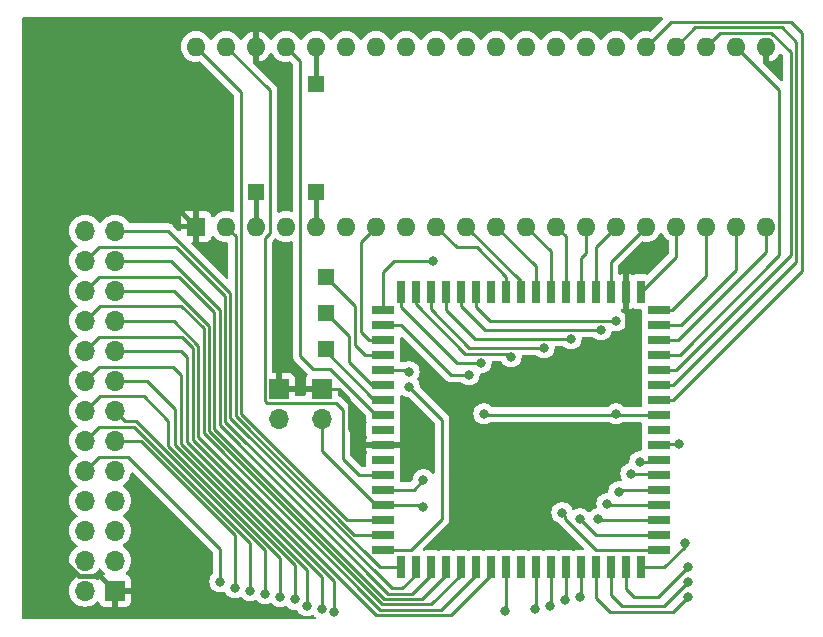
<source format=gbr>
%TF.GenerationSoftware,KiCad,Pcbnew,7.0.9-7.0.9~ubuntu20.04.1*%
%TF.CreationDate,2023-12-26T21:31:22+01:00*%
%TF.ProjectId,6303_PLCC_Addon,36333033-5f50-44c4-9343-5f4164646f6e,rev?*%
%TF.SameCoordinates,Original*%
%TF.FileFunction,Copper,L1,Top*%
%TF.FilePolarity,Positive*%
%FSLAX46Y46*%
G04 Gerber Fmt 4.6, Leading zero omitted, Abs format (unit mm)*
G04 Created by KiCad (PCBNEW 7.0.9-7.0.9~ubuntu20.04.1) date 2023-12-26 21:31:22*
%MOMM*%
%LPD*%
G01*
G04 APERTURE LIST*
%TA.AperFunction,SMDPad,CuDef*%
%ADD10R,1.925000X0.700000*%
%TD*%
%TA.AperFunction,SMDPad,CuDef*%
%ADD11R,0.700000X1.925000*%
%TD*%
%TA.AperFunction,ComponentPad*%
%ADD12R,1.700000X1.700000*%
%TD*%
%TA.AperFunction,ComponentPad*%
%ADD13O,1.700000X1.700000*%
%TD*%
%TA.AperFunction,ComponentPad*%
%ADD14R,1.350000X1.350000*%
%TD*%
%TA.AperFunction,ComponentPad*%
%ADD15R,1.600000X1.600000*%
%TD*%
%TA.AperFunction,ComponentPad*%
%ADD16O,1.600000X1.600000*%
%TD*%
%TA.AperFunction,ViaPad*%
%ADD17C,0.800000*%
%TD*%
%TA.AperFunction,Conductor*%
%ADD18C,0.250000*%
%TD*%
%TA.AperFunction,Conductor*%
%ADD19C,0.400000*%
%TD*%
G04 APERTURE END LIST*
D10*
%TO.P,U1,1*%
%TO.N,unconnected-(U1-Pad1)*%
X189577500Y-69922500D03*
%TO.P,U1,2,GND*%
%TO.N,GND*%
X189577500Y-71192500D03*
%TO.P,U1,3,XTAL*%
%TO.N,unconnected-(U1-XTAL-Pad3)*%
X189577500Y-72462500D03*
%TO.P,U1,4,EXTAL/CLK*%
%TO.N,/CPUCLK*%
X189577500Y-73732500D03*
%TO.P,U1,5,MP0*%
%TO.N,/MP0*%
X189577500Y-75002500D03*
%TO.P,U1,6,MP1*%
%TO.N,/MP1*%
X189577500Y-76272500D03*
%TO.P,U1,7,~{RST}*%
%TO.N,/~{RST}*%
X189577500Y-77542500D03*
%TO.P,U1,8,~{STBY}*%
%TO.N,/~{HALT}*%
X189577500Y-78812500D03*
%TO.P,U1,9,~{NMI}*%
%TO.N,/~{NMI}*%
X189577500Y-80082500D03*
D11*
%TO.P,U1,10,P20/Tin*%
%TO.N,/P20*%
X191090000Y-81595000D03*
%TO.P,U1,11,P21/Tout1*%
%TO.N,/P21*%
X192360000Y-81595000D03*
%TO.P,U1,12,P22/SCLK*%
%TO.N,/P22*%
X193630000Y-81595000D03*
%TO.P,U1,13,P23/RX*%
%TO.N,/P23*%
X194900000Y-81595000D03*
%TO.P,U1,14,P24/TX*%
%TO.N,/P24*%
X196170000Y-81595000D03*
%TO.P,U1,15,P25/Tout2*%
%TO.N,/P25*%
X197440000Y-81595000D03*
%TO.P,U1,16,P26/Tout3*%
%TO.N,/P26*%
X198710000Y-81595000D03*
%TO.P,U1,17,P27/Tclk*%
%TO.N,/P27*%
X199980000Y-81595000D03*
%TO.P,U1,18*%
%TO.N,unconnected-(U1-Pad18)*%
X201250000Y-81595000D03*
%TO.P,U1,19,P50/~{IRQ1}*%
%TO.N,/~{IRQ1}*%
X202520000Y-81595000D03*
%TO.P,U1,20,P51/~{IRQ2}*%
%TO.N,/P51*%
X203790000Y-81595000D03*
%TO.P,U1,21,P52/MR*%
%TO.N,/P52*%
X205060000Y-81595000D03*
%TO.P,U1,22,P53/~{HALT}*%
%TO.N,/P53*%
X206330000Y-81595000D03*
%TO.P,U1,23,P54*%
%TO.N,/P54*%
X207600000Y-81595000D03*
%TO.P,U1,24,P55*%
%TO.N,/P55*%
X208870000Y-81595000D03*
%TO.P,U1,25,P56*%
%TO.N,/P56*%
X210140000Y-81595000D03*
%TO.P,U1,26,P57*%
%TO.N,/P57*%
X211410000Y-81595000D03*
D10*
%TO.P,U1,27,P60*%
%TO.N,/P60*%
X212922500Y-80082500D03*
%TO.P,U1,28,P61*%
%TO.N,/P61*%
X212922500Y-78812500D03*
%TO.P,U1,29,P62*%
%TO.N,/P62*%
X212922500Y-77542500D03*
%TO.P,U1,30,P63*%
%TO.N,/P63*%
X212922500Y-76272500D03*
%TO.P,U1,31,P64*%
%TO.N,/P64*%
X212922500Y-75002500D03*
%TO.P,U1,32,P65*%
%TO.N,/P65*%
X212922500Y-73732500D03*
%TO.P,U1,33,P66*%
%TO.N,/P66*%
X212922500Y-72462500D03*
%TO.P,U1,34,P67*%
%TO.N,/P67*%
X212922500Y-71192500D03*
%TO.P,U1,35*%
%TO.N,unconnected-(U1-Pad35)*%
X212922500Y-69922500D03*
%TO.P,U1,36,Vcc*%
%TO.N,+5V*%
X212922500Y-68652500D03*
%TO.P,U1,37,A15*%
%TO.N,/A15*%
X212922500Y-67382500D03*
%TO.P,U1,38,A14*%
%TO.N,/A14*%
X212922500Y-66112500D03*
%TO.P,U1,39,A13*%
%TO.N,/A13*%
X212922500Y-64842500D03*
%TO.P,U1,40,A12*%
%TO.N,/A12*%
X212922500Y-63572500D03*
%TO.P,U1,41,A11*%
%TO.N,/A11*%
X212922500Y-62302500D03*
%TO.P,U1,42,A10*%
%TO.N,/A10*%
X212922500Y-61032500D03*
%TO.P,U1,43,A9*%
%TO.N,/A9*%
X212922500Y-59762500D03*
D11*
%TO.P,U1,44,A8*%
%TO.N,/A8*%
X211410000Y-58250000D03*
%TO.P,U1,45,GND*%
%TO.N,GND*%
X210140000Y-58250000D03*
%TO.P,U1,46,A7*%
%TO.N,/A7*%
X208870000Y-58250000D03*
%TO.P,U1,47,A6*%
%TO.N,/A6*%
X207600000Y-58250000D03*
%TO.P,U1,48,A5*%
%TO.N,/A5*%
X206330000Y-58250000D03*
%TO.P,U1,49,A4*%
%TO.N,/A4*%
X205060000Y-58250000D03*
%TO.P,U1,50,A3*%
%TO.N,/A3*%
X203790000Y-58250000D03*
%TO.P,U1,51,A2*%
%TO.N,/A2*%
X202520000Y-58250000D03*
%TO.P,U1,52,A1*%
%TO.N,/A1*%
X201250000Y-58250000D03*
%TO.P,U1,53,A0*%
%TO.N,/A0*%
X199980000Y-58250000D03*
%TO.P,U1,54*%
%TO.N,unconnected-(U1-Pad54)*%
X198710000Y-58250000D03*
%TO.P,U1,55,D7*%
%TO.N,/D7*%
X197440000Y-58250000D03*
%TO.P,U1,56,D6*%
%TO.N,/D6*%
X196170000Y-58250000D03*
%TO.P,U1,57,D5*%
%TO.N,/D5*%
X194900000Y-58250000D03*
%TO.P,U1,58,D4*%
%TO.N,/D4*%
X193630000Y-58250000D03*
%TO.P,U1,59,D3*%
%TO.N,/D3*%
X192360000Y-58250000D03*
%TO.P,U1,60,D2*%
%TO.N,/D2*%
X191090000Y-58250000D03*
D10*
%TO.P,U1,61,D1*%
%TO.N,/D1*%
X189577500Y-59762500D03*
%TO.P,U1,62,D0*%
%TO.N,/D0*%
X189577500Y-61032500D03*
%TO.P,U1,63,BA*%
%TO.N,/BA*%
X189577500Y-62302500D03*
%TO.P,U1,64,~{LIR}*%
%TO.N,/~{LIR}*%
X189577500Y-63572500D03*
%TO.P,U1,65,R/~{W}*%
%TO.N,/R{slash}~{W}*%
X189577500Y-64842500D03*
%TO.P,U1,66,~{WR}*%
%TO.N,/~{WR}*%
X189577500Y-66112500D03*
%TO.P,U1,67,~{RD}*%
%TO.N,/~{RD}*%
X189577500Y-67382500D03*
%TO.P,U1,68,E*%
%TO.N,/PHI2*%
X189577500Y-68652500D03*
%TD*%
D12*
%TO.P,JP1,1,A*%
%TO.N,GND*%
X180746400Y-66492200D03*
D13*
%TO.P,JP1,2,B*%
%TO.N,/MP0*%
X180746400Y-69032200D03*
%TD*%
D14*
%TO.P,J4,1,Pin_1*%
%TO.N,Net-(J4-Pin_1)*%
X183896000Y-40640000D03*
%TD*%
D15*
%TO.P,U3,1,VSS*%
%TO.N,GND*%
X173736000Y-52730400D03*
D16*
%TO.P,U3,2,~{HALT}*%
%TO.N,/~{HALT}*%
X176276000Y-52730400D03*
%TO.P,U3,3,MR*%
%TO.N,Net-(J3-Pin_1)*%
X178816000Y-52730400D03*
%TO.P,U3,4,~{IRQ}*%
%TO.N,/~{IRQ1}*%
X181356000Y-52730400D03*
%TO.P,U3,5,VMA*%
%TO.N,Net-(J6-Pin_1)*%
X183896000Y-52730400D03*
%TO.P,U3,6,~{NMI}*%
%TO.N,/~{NMI}*%
X186436000Y-52730400D03*
%TO.P,U3,7,BA*%
%TO.N,/BA*%
X188976000Y-52730400D03*
%TO.P,U3,8,VCC*%
%TO.N,+5V*%
X191516000Y-52730400D03*
%TO.P,U3,9,A0*%
%TO.N,/A0*%
X194056000Y-52730400D03*
%TO.P,U3,10,A1*%
%TO.N,/A1*%
X196596000Y-52730400D03*
%TO.P,U3,11,A2*%
%TO.N,/A2*%
X199136000Y-52730400D03*
%TO.P,U3,12,A3*%
%TO.N,/A3*%
X201676000Y-52730400D03*
%TO.P,U3,13,A4*%
%TO.N,/A4*%
X204216000Y-52730400D03*
%TO.P,U3,14,A5*%
%TO.N,/A5*%
X206756000Y-52730400D03*
%TO.P,U3,15,A6*%
%TO.N,/A6*%
X209296000Y-52730400D03*
%TO.P,U3,16,A7*%
%TO.N,/A7*%
X211836000Y-52730400D03*
%TO.P,U3,17,A8*%
%TO.N,/A8*%
X214376000Y-52730400D03*
%TO.P,U3,18,A9*%
%TO.N,/A9*%
X216916000Y-52730400D03*
%TO.P,U3,19,A10*%
%TO.N,/A10*%
X219456000Y-52730400D03*
%TO.P,U3,20,A11*%
%TO.N,/A11*%
X221996000Y-52730400D03*
%TO.P,U3,21,VSS*%
%TO.N,GND*%
X221996000Y-37490400D03*
%TO.P,U3,22,A12*%
%TO.N,/A12*%
X219456000Y-37490400D03*
%TO.P,U3,23,A13*%
%TO.N,/A13*%
X216916000Y-37490400D03*
%TO.P,U3,24,A14*%
%TO.N,/A14*%
X214376000Y-37490400D03*
%TO.P,U3,25,A15*%
%TO.N,/A15*%
X211836000Y-37490400D03*
%TO.P,U3,26,D7*%
%TO.N,/D7*%
X209296000Y-37490400D03*
%TO.P,U3,27,D6*%
%TO.N,/D6*%
X206756000Y-37490400D03*
%TO.P,U3,28,D5*%
%TO.N,/D5*%
X204216000Y-37490400D03*
%TO.P,U3,29,D4*%
%TO.N,/D4*%
X201676000Y-37490400D03*
%TO.P,U3,30,D3*%
%TO.N,/D3*%
X199136000Y-37490400D03*
%TO.P,U3,31,D2*%
%TO.N,/D2*%
X196596000Y-37490400D03*
%TO.P,U3,32,D1*%
%TO.N,/D1*%
X194056000Y-37490400D03*
%TO.P,U3,33,D0*%
%TO.N,/D0*%
X191516000Y-37490400D03*
%TO.P,U3,34,R/~{W}*%
%TO.N,/R{slash}~{W}*%
X188976000Y-37490400D03*
%TO.P,U3,35,VCC_STANDBY*%
%TO.N,+5C*%
X186436000Y-37490400D03*
%TO.P,U3,36,RE*%
%TO.N,Net-(J4-Pin_1)*%
X183896000Y-37490400D03*
%TO.P,U3,37,E*%
%TO.N,/PHI2*%
X181356000Y-37490400D03*
%TO.P,U3,38,XTAL*%
%TO.N,GND*%
X178816000Y-37490400D03*
%TO.P,U3,39,EXTAL*%
%TO.N,/CPUCLK*%
X176276000Y-37490400D03*
%TO.P,U3,40,~{RESET}*%
%TO.N,/~{RST}*%
X173736000Y-37490400D03*
%TD*%
D12*
%TO.P,J1,1,Pin_1*%
%TO.N,GND*%
X166878000Y-83566000D03*
D13*
%TO.P,J1,2,Pin_2*%
%TO.N,/P67*%
X164338000Y-83566000D03*
%TO.P,J1,3,Pin_3*%
%TO.N,/P66*%
X166878000Y-81026000D03*
%TO.P,J1,4,Pin_4*%
%TO.N,/P65*%
X164338000Y-81026000D03*
%TO.P,J1,5,Pin_5*%
%TO.N,/P64*%
X166878000Y-78486000D03*
%TO.P,J1,6,Pin_6*%
%TO.N,/P63*%
X164338000Y-78486000D03*
%TO.P,J1,7,Pin_7*%
%TO.N,/P62*%
X166878000Y-75946000D03*
%TO.P,J1,8,Pin_8*%
%TO.N,/P61*%
X164338000Y-75946000D03*
%TO.P,J1,9,Pin_9*%
%TO.N,/P60*%
X166878000Y-73406000D03*
%TO.P,J1,10,Pin_10*%
%TO.N,/P57*%
X164338000Y-73406000D03*
%TO.P,J1,11,Pin_11*%
%TO.N,/P56*%
X166878000Y-70866000D03*
%TO.P,J1,12,Pin_12*%
%TO.N,/P55*%
X164338000Y-70866000D03*
%TO.P,J1,13,Pin_13*%
%TO.N,/P54*%
X166878000Y-68326000D03*
%TO.P,J1,14,Pin_14*%
%TO.N,/P53*%
X164338000Y-68326000D03*
%TO.P,J1,15,Pin_15*%
%TO.N,/P52*%
X166878000Y-65786000D03*
%TO.P,J1,16,Pin_16*%
%TO.N,/P51*%
X164338000Y-65786000D03*
%TO.P,J1,17,Pin_17*%
%TO.N,/~{IRQ1}*%
X166878000Y-63246000D03*
%TO.P,J1,18,Pin_18*%
%TO.N,/P27*%
X164338000Y-63246000D03*
%TO.P,J1,19,Pin_19*%
%TO.N,/P26*%
X166878000Y-60706000D03*
%TO.P,J1,20,Pin_20*%
%TO.N,/P25*%
X164338000Y-60706000D03*
%TO.P,J1,21,Pin_21*%
%TO.N,/P24*%
X166878000Y-58166000D03*
%TO.P,J1,22,Pin_22*%
%TO.N,/P23*%
X164338000Y-58166000D03*
%TO.P,J1,23,Pin_23*%
%TO.N,/P22*%
X166878000Y-55626000D03*
%TO.P,J1,24,Pin_24*%
%TO.N,/P21*%
X164338000Y-55626000D03*
%TO.P,J1,25,Pin_25*%
%TO.N,/P20*%
X166878000Y-53086000D03*
%TO.P,J1,26,Pin_26*%
%TO.N,+5V*%
X164338000Y-53086000D03*
%TD*%
D12*
%TO.P,JP2,1,A*%
%TO.N,GND*%
X184404000Y-66492200D03*
D13*
%TO.P,JP2,2,B*%
%TO.N,/MP1*%
X184404000Y-69032200D03*
%TD*%
D14*
%TO.P,J7,1,Pin_1*%
%TO.N,/~{LIR}*%
X184708800Y-56997600D03*
%TD*%
%TO.P,J6,1,Pin_1*%
%TO.N,Net-(J6-Pin_1)*%
X183896000Y-49784000D03*
%TD*%
%TO.P,J9,1,Pin_1*%
%TO.N,/~{WR}*%
X184708800Y-60045600D03*
%TD*%
%TO.P,J8,1,Pin_1*%
%TO.N,/~{RD}*%
X184708800Y-63093600D03*
%TD*%
%TO.P,J3,1,Pin_1*%
%TO.N,Net-(J3-Pin_1)*%
X178816000Y-49784000D03*
%TD*%
D17*
%TO.N,/P27*%
X199919272Y-85249000D03*
X185454003Y-85344000D03*
%TO.N,/~{IRQ1}*%
X184404000Y-85090000D03*
X202438000Y-85090000D03*
%TO.N,/P51*%
X183134000Y-84836000D03*
X203708000Y-84836000D03*
%TO.N,/P52*%
X182118000Y-84305000D03*
X204978000Y-84328000D03*
%TO.N,/P53*%
X180848000Y-84074000D03*
X206248000Y-84074000D03*
%TO.N,/P54*%
X179578000Y-83820000D03*
X215392000Y-84074000D03*
%TO.N,/P55*%
X215392000Y-82804000D03*
X178308000Y-83566000D03*
%TO.N,/P56*%
X177038000Y-83311992D03*
X215392000Y-81534000D03*
%TO.N,/P57*%
X215138000Y-79502000D03*
X175768000Y-82804000D03*
%TO.N,/P67*%
X214630000Y-71120000D03*
%TO.N,/P66*%
X211328000Y-72644000D03*
%TO.N,/P65*%
X210566000Y-73660000D03*
%TO.N,/P64*%
X209550000Y-75184000D03*
%TO.N,/P63*%
X208534000Y-76200000D03*
%TO.N,/P62*%
X207759000Y-77470000D03*
%TO.N,/P61*%
X206248014Y-77470000D03*
%TO.N,/P60*%
X204724000Y-76962000D03*
%TO.N,/R{slash}~{W}*%
X191770000Y-65024000D03*
%TO.N,/MP1*%
X192988000Y-76454000D03*
%TO.N,/MP0*%
X192988000Y-74168000D03*
%TO.N,/~{NMI}*%
X191769996Y-66294000D03*
%TO.N,GND*%
X192532000Y-71120000D03*
%TO.N,/D0*%
X196850000Y-65278000D03*
%TO.N,/D1*%
X193802000Y-55626000D03*
%TO.N,/D2*%
X197866008Y-64262000D03*
%TO.N,/D3*%
X200406000Y-63754008D03*
%TO.N,/D4*%
X203200000Y-62992000D03*
%TO.N,/D5*%
X205486000Y-62229996D03*
%TO.N,/D6*%
X208026000Y-61468000D03*
%TO.N,/D7*%
X209296000Y-60706000D03*
%TO.N,GND*%
X209296004Y-65454995D03*
%TO.N,+5V*%
X198120000Y-68580000D03*
X209295995Y-68580004D03*
%TD*%
D18*
%TO.N,/~{RST}*%
X189577500Y-77542500D02*
X186511292Y-77542500D01*
X186511292Y-77542500D02*
X177546000Y-68577208D01*
X177546000Y-68577208D02*
X177546000Y-41300400D01*
X177546000Y-41300400D02*
X173736000Y-37490400D01*
%TO.N,/A14*%
X214135000Y-66112500D02*
X212922500Y-66112500D01*
X224536000Y-55711500D02*
X214135000Y-66112500D01*
X224536000Y-37084000D02*
X224536000Y-55711500D01*
X223309600Y-35857600D02*
X224536000Y-37084000D01*
X214376000Y-37490400D02*
X216008800Y-35857600D01*
X216008800Y-35857600D02*
X223309600Y-35857600D01*
%TO.N,/A15*%
X212922500Y-67382500D02*
X214117500Y-67382500D01*
X214117500Y-67382500D02*
X225044000Y-56456000D01*
X225044000Y-56456000D02*
X225044000Y-36322000D01*
X225044000Y-36322000D02*
X224129600Y-35407600D01*
X224129600Y-35407600D02*
X213918800Y-35407600D01*
X213918800Y-35407600D02*
X211836000Y-37490400D01*
%TO.N,/P27*%
X173482000Y-70805990D02*
X185454003Y-82777993D01*
X185454003Y-82777993D02*
X185454003Y-85344000D01*
X172561000Y-62071000D02*
X173482000Y-62992000D01*
%TO.N,/~{IRQ1}*%
X172974000Y-63754000D02*
X172974000Y-70983228D01*
%TO.N,/P27*%
X164338000Y-63246000D02*
X165513000Y-62071000D01*
%TO.N,/~{IRQ1}*%
X166878000Y-63246000D02*
X172466000Y-63246000D01*
X172466000Y-63246000D02*
X172974000Y-63754000D01*
X172974000Y-70983228D02*
X184404000Y-82413228D01*
X184404000Y-82413228D02*
X184404000Y-85090000D01*
%TO.N,/P27*%
X173482000Y-62992000D02*
X173482000Y-70805990D01*
X165513000Y-62071000D02*
X172561000Y-62071000D01*
%TO.N,/P60*%
X204978000Y-77216000D02*
X204724000Y-76962000D01*
X204978000Y-77470000D02*
X204978000Y-77216000D01*
X212922500Y-80082500D02*
X207590500Y-80082500D01*
X207590500Y-80082500D02*
X204978000Y-77470000D01*
%TO.N,/P27*%
X199980000Y-85188272D02*
X199919272Y-85249000D01*
X199980000Y-81595000D02*
X199980000Y-85188272D01*
%TO.N,/~{IRQ1}*%
X202438000Y-85090000D02*
X202520000Y-85008000D01*
X202520000Y-85008000D02*
X202520000Y-81595000D01*
%TO.N,/P51*%
X172466000Y-71111624D02*
X182122188Y-80767812D01*
X182122188Y-80767812D02*
X183134000Y-81779624D01*
X183134000Y-81779624D02*
X183134000Y-84836000D01*
X203790000Y-84754000D02*
X203790000Y-81595000D01*
X203708000Y-84836000D02*
X203790000Y-84754000D01*
%TO.N,/P52*%
X169546396Y-65786000D02*
X171958000Y-68197604D01*
X166878000Y-65786000D02*
X169546396Y-65786000D01*
X171958000Y-71240020D02*
X182118000Y-81400020D01*
X182118000Y-81400020D02*
X182118000Y-84305000D01*
X171958000Y-68197604D02*
X171958000Y-71240020D01*
X204978000Y-84328000D02*
X205060000Y-84246000D01*
X205060000Y-84246000D02*
X205060000Y-81595000D01*
%TO.N,/P53*%
X180342792Y-80261208D02*
X180848000Y-80766416D01*
X171392000Y-71310416D02*
X180342792Y-80261208D01*
X206248000Y-84074000D02*
X206330000Y-83992000D01*
X180848000Y-80766416D02*
X180848000Y-84074000D01*
X206330000Y-83992000D02*
X206330000Y-81595000D01*
%TO.N,/P54*%
X168621188Y-69176000D02*
X179578000Y-80132812D01*
X167728000Y-69176000D02*
X168621188Y-69176000D01*
X179578000Y-80132812D02*
X179578000Y-83820000D01*
X166878000Y-68326000D02*
X167728000Y-69176000D01*
%TO.N,/P55*%
X165513000Y-69691000D02*
X168499792Y-69691000D01*
X178308000Y-79499208D02*
X178308000Y-83566000D01*
X164338000Y-70866000D02*
X165513000Y-69691000D01*
X168499792Y-69691000D02*
X178308000Y-79499208D01*
%TO.N,/P56*%
X169038396Y-70866000D02*
X177038000Y-78865604D01*
X177038000Y-78865604D02*
X177038000Y-83311992D01*
X166878000Y-70866000D02*
X169038396Y-70866000D01*
%TO.N,/P57*%
X165513000Y-72231000D02*
X167989000Y-72231000D01*
X175768000Y-80010000D02*
X175768000Y-82804000D01*
X164338000Y-73406000D02*
X165513000Y-72231000D01*
X167989000Y-72231000D02*
X175768000Y-80010000D01*
%TO.N,/P54*%
X214122000Y-85344000D02*
X208788000Y-85344000D01*
X215392000Y-84074000D02*
X214122000Y-85344000D01*
X208788000Y-85344000D02*
X207600000Y-84156000D01*
X207600000Y-84156000D02*
X207600000Y-81595000D01*
%TO.N,/P55*%
X209804000Y-84836000D02*
X208870000Y-83902000D01*
X215392000Y-82804000D02*
X213360000Y-84836000D01*
X213360000Y-84836000D02*
X209804000Y-84836000D01*
X208870000Y-83902000D02*
X208870000Y-81595000D01*
%TO.N,/P56*%
X212852000Y-84074000D02*
X210820000Y-84074000D01*
X215392000Y-81534000D02*
X212852000Y-84074000D01*
X210820000Y-84074000D02*
X210140000Y-83394000D01*
X210140000Y-83394000D02*
X210140000Y-81595000D01*
%TO.N,/P57*%
X213372500Y-81595000D02*
X211410000Y-81595000D01*
X215138000Y-79829500D02*
X213372500Y-81595000D01*
X215138000Y-79502000D02*
X215138000Y-79829500D01*
%TO.N,/P67*%
X214630000Y-71120000D02*
X212995000Y-71120000D01*
X212995000Y-71120000D02*
X212922500Y-71192500D01*
%TO.N,/P66*%
X211328000Y-72644000D02*
X212741000Y-72644000D01*
X212741000Y-72644000D02*
X212922500Y-72462500D01*
%TO.N,/P65*%
X210566000Y-73660000D02*
X212850000Y-73660000D01*
X212850000Y-73660000D02*
X212922500Y-73732500D01*
%TO.N,/P61*%
X212922500Y-78812500D02*
X207590514Y-78812500D01*
X207590514Y-78812500D02*
X206248014Y-77470000D01*
%TO.N,/P62*%
X207831500Y-77542500D02*
X207759000Y-77470000D01*
X212922500Y-77542500D02*
X207831500Y-77542500D01*
%TO.N,/P63*%
X208606500Y-76272500D02*
X208534000Y-76200000D01*
X212922500Y-76272500D02*
X208606500Y-76272500D01*
%TO.N,/P64*%
X209731500Y-75002500D02*
X212922500Y-75002500D01*
X209550000Y-75184000D02*
X209731500Y-75002500D01*
%TO.N,/P53*%
X165608000Y-67056000D02*
X169292396Y-67056000D01*
X169292396Y-67056000D02*
X171392000Y-69155604D01*
%TO.N,/P51*%
X171799000Y-64611000D02*
X172466000Y-65278000D01*
X172466000Y-65278000D02*
X172466000Y-71111624D01*
X165513000Y-64611000D02*
X171799000Y-64611000D01*
X164338000Y-65786000D02*
X165513000Y-64611000D01*
%TO.N,/P53*%
X171392000Y-69155604D02*
X171392000Y-71310416D01*
X164338000Y-68326000D02*
X165608000Y-67056000D01*
%TO.N,/P25*%
X172466000Y-59436000D02*
X174382000Y-61352000D01*
%TO.N,/P21*%
X164338000Y-55626000D02*
X165513000Y-54451000D01*
%TO.N,/P23*%
X189674792Y-84262000D02*
X192845500Y-84262000D01*
%TO.N,/P21*%
X191205500Y-83362000D02*
X192360000Y-82207500D01*
%TO.N,/P26*%
X198710000Y-82207500D02*
X198710000Y-81595000D01*
%TO.N,/P24*%
X193665500Y-84712000D02*
X196170000Y-82207500D01*
%TO.N,/P25*%
X174382000Y-61352000D02*
X174382000Y-70242000D01*
%TO.N,/P26*%
X166878000Y-60706000D02*
X171832396Y-60706000D01*
%TO.N,/P23*%
X194900000Y-82207500D02*
X194900000Y-81595000D01*
%TO.N,/P25*%
X194485500Y-85162000D02*
X197440000Y-82207500D01*
%TO.N,/P26*%
X171832396Y-60706000D02*
X173932000Y-62805604D01*
%TO.N,/P25*%
X197440000Y-82207500D02*
X197440000Y-81595000D01*
%TO.N,/P23*%
X172307000Y-56991000D02*
X175282000Y-59966000D01*
%TO.N,/P21*%
X176182000Y-58580000D02*
X176182000Y-69248000D01*
%TO.N,/P22*%
X189984000Y-83812000D02*
X192025500Y-83812000D01*
%TO.N,/P25*%
X165608000Y-59436000D02*
X172466000Y-59436000D01*
%TO.N,/P23*%
X165513000Y-56991000D02*
X172307000Y-56991000D01*
%TO.N,/P22*%
X171578396Y-55626000D02*
X175732000Y-59779604D01*
%TO.N,/P21*%
X190296000Y-83362000D02*
X191205500Y-83362000D01*
%TO.N,/P26*%
X173932000Y-62805604D02*
X173932000Y-70529208D01*
%TO.N,/P23*%
X175282000Y-59966000D02*
X175282000Y-69869208D01*
%TO.N,/P22*%
X175732000Y-69560000D02*
X189984000Y-83812000D01*
%TO.N,/P26*%
X195305500Y-85612000D02*
X198710000Y-82207500D01*
%TO.N,/P25*%
X164338000Y-60706000D02*
X165608000Y-59436000D01*
%TO.N,/P23*%
X175282000Y-69869208D02*
X189674792Y-84262000D01*
%TO.N,/P24*%
X189488396Y-84712000D02*
X193665500Y-84712000D01*
X196170000Y-82207500D02*
X196170000Y-81595000D01*
%TO.N,/P25*%
X189302000Y-85162000D02*
X194485500Y-85162000D01*
%TO.N,/P26*%
X173932000Y-70529208D02*
X189014792Y-85612000D01*
%TO.N,/P22*%
X192025500Y-83812000D02*
X193630000Y-82207500D01*
%TO.N,/P23*%
X164338000Y-58166000D02*
X165513000Y-56991000D01*
%TO.N,/P26*%
X189014792Y-85612000D02*
X195305500Y-85612000D01*
%TO.N,/P24*%
X166878000Y-58166000D02*
X171832396Y-58166000D01*
%TO.N,/P23*%
X192845500Y-84262000D02*
X194900000Y-82207500D01*
%TO.N,/P22*%
X166878000Y-55626000D02*
X171578396Y-55626000D01*
%TO.N,/P24*%
X171832396Y-58166000D02*
X174832000Y-61165604D01*
%TO.N,/P21*%
X165513000Y-54451000D02*
X172053000Y-54451000D01*
%TO.N,/P24*%
X174832000Y-61165604D02*
X174832000Y-70055604D01*
%TO.N,/P21*%
X192360000Y-82207500D02*
X192360000Y-81595000D01*
X176182000Y-69248000D02*
X190296000Y-83362000D01*
%TO.N,/P22*%
X175732000Y-59779604D02*
X175732000Y-69560000D01*
%TO.N,/P21*%
X172053000Y-54451000D02*
X176182000Y-58580000D01*
%TO.N,/P24*%
X174832000Y-70055604D02*
X189488396Y-84712000D01*
%TO.N,/P25*%
X174382000Y-70242000D02*
X189302000Y-85162000D01*
%TO.N,/P22*%
X193630000Y-82207500D02*
X193630000Y-81595000D01*
%TO.N,/P20*%
X166878000Y-53086000D02*
X171324396Y-53086000D01*
%TO.N,/~{HALT}*%
X177082000Y-53536400D02*
X176276000Y-52730400D01*
X187144896Y-78812500D02*
X177082000Y-68749604D01*
X177082000Y-68749604D02*
X177082000Y-53536400D01*
%TO.N,/P20*%
X176632000Y-58393604D02*
X176632000Y-68936000D01*
X176632000Y-68936000D02*
X189291000Y-81595000D01*
%TO.N,/~{HALT}*%
X189577500Y-78812500D02*
X187144896Y-78812500D01*
%TO.N,/P20*%
X171324396Y-53086000D02*
X176632000Y-58393604D01*
X189291000Y-81595000D02*
X191090000Y-81595000D01*
%TO.N,/PHI2*%
X189577500Y-68652500D02*
X188965000Y-68652500D01*
X185082500Y-64770000D02*
X183642000Y-64770000D01*
X188965000Y-68652500D02*
X185082500Y-64770000D01*
X183642000Y-64770000D02*
X182575200Y-63703200D01*
X182575200Y-63703200D02*
X182575200Y-38709600D01*
X182575200Y-38709600D02*
X181356000Y-37490400D01*
%TO.N,/~{NMI}*%
X194564000Y-69088004D02*
X191769996Y-66294000D01*
X194564000Y-77470000D02*
X194564000Y-69088004D01*
X191951500Y-80082500D02*
X194564000Y-77470000D01*
X189577500Y-80082500D02*
X191951500Y-80082500D01*
%TO.N,/R{slash}~{W}*%
X189577500Y-64842500D02*
X191588500Y-64842500D01*
X191588500Y-64842500D02*
X191770000Y-65024000D01*
%TO.N,/D0*%
X189577500Y-61032500D02*
X191080500Y-61032500D01*
X191080500Y-61032500D02*
X195326000Y-65278000D01*
X195326000Y-65278000D02*
X196850000Y-65278000D01*
%TO.N,/D2*%
X191090000Y-59518000D02*
X195834000Y-64262000D01*
X191090000Y-58250000D02*
X191090000Y-59518000D01*
X195834000Y-64262000D02*
X197866008Y-64262000D01*
%TO.N,/D3*%
X192360000Y-59309588D02*
X196537412Y-63487000D01*
X200138992Y-63487000D02*
X200406000Y-63754008D01*
X196537412Y-63487000D02*
X200138992Y-63487000D01*
X192360000Y-58250000D02*
X192360000Y-59309588D01*
%TO.N,+5V*%
X198192500Y-68652500D02*
X198120000Y-68580000D01*
X212922500Y-68652500D02*
X198192500Y-68652500D01*
%TO.N,/MP1*%
X189577500Y-76272500D02*
X192806500Y-76272500D01*
X192806500Y-76272500D02*
X192988000Y-76454000D01*
%TO.N,/MP0*%
X189577500Y-75002500D02*
X192153500Y-75002500D01*
X192153500Y-75002500D02*
X192988000Y-74168000D01*
%TO.N,GND*%
X189577500Y-71192500D02*
X192459500Y-71192500D01*
X192459500Y-71192500D02*
X192532000Y-71120000D01*
X189577500Y-71192500D02*
X188032500Y-71192500D01*
X188032500Y-71192500D02*
X186690000Y-69850000D01*
X186690000Y-69850000D02*
X186690000Y-67310000D01*
X186690000Y-67310000D02*
X185872200Y-66492200D01*
X185872200Y-66492200D02*
X184404000Y-66492200D01*
%TO.N,/CPUCLK*%
X185577400Y-67667200D02*
X186182000Y-68271800D01*
X186182000Y-68271800D02*
X186182000Y-72390000D01*
X186182000Y-72390000D02*
X187524500Y-73732500D01*
X187524500Y-73732500D02*
X189577500Y-73732500D01*
%TO.N,/MP1*%
X189577500Y-76272500D02*
X188965000Y-76272500D01*
X188965000Y-76272500D02*
X184404000Y-71711500D01*
X184404000Y-71711500D02*
X184404000Y-69032200D01*
%TO.N,/~{WR}*%
X184708800Y-60045600D02*
X186690000Y-62026800D01*
X188625750Y-66112500D02*
X189577500Y-66112500D01*
X186690000Y-62026800D02*
X186690000Y-64176750D01*
X186690000Y-64176750D02*
X188625750Y-66112500D01*
%TO.N,/~{LIR}*%
X184708800Y-56997600D02*
X187198000Y-59486800D01*
X187198000Y-59486800D02*
X187198000Y-62738000D01*
X187198000Y-62738000D02*
X188032500Y-63572500D01*
X188032500Y-63572500D02*
X189577500Y-63572500D01*
%TO.N,/BA*%
X189577500Y-62302500D02*
X188365000Y-62302500D01*
X188365000Y-62302500D02*
X187706000Y-61643500D01*
X187706000Y-61643500D02*
X187706000Y-54000400D01*
X187706000Y-54000400D02*
X188976000Y-52730400D01*
%TO.N,/D4*%
X193630000Y-58250000D02*
X193630000Y-59731059D01*
X196890941Y-62992000D02*
X203200000Y-62992000D01*
X193630000Y-59731059D02*
X196890941Y-62992000D01*
%TO.N,/~{RD}*%
X189577500Y-67382500D02*
X188794500Y-67382500D01*
X188794500Y-67382500D02*
X184708800Y-63296800D01*
X184708800Y-63296800D02*
X184708800Y-63093600D01*
%TO.N,/D1*%
X193802000Y-55626000D02*
X190500000Y-55626000D01*
X190500000Y-55626000D02*
X189577500Y-56548500D01*
X189577500Y-56548500D02*
X189577500Y-59762500D01*
%TO.N,/D5*%
X194900000Y-58250000D02*
X194900000Y-59772000D01*
X194900000Y-59772000D02*
X197357996Y-62229996D01*
X197357996Y-62229996D02*
X205486000Y-62229996D01*
%TO.N,/D6*%
X196170000Y-59462500D02*
X198175500Y-61468000D01*
X198175500Y-61468000D02*
X208026000Y-61468000D01*
X196170000Y-58250000D02*
X196170000Y-59462500D01*
%TO.N,/D7*%
X197440000Y-58250000D02*
X197440000Y-59518000D01*
X197440000Y-59518000D02*
X198628000Y-60706000D01*
X198628000Y-60706000D02*
X209296000Y-60706000D01*
%TO.N,GND*%
X210140000Y-58250000D02*
X210140000Y-65196000D01*
X210140000Y-65196000D02*
X209881005Y-65454995D01*
X209881005Y-65454995D02*
X209296004Y-65454995D01*
%TO.N,/A9*%
X212922500Y-59762500D02*
X214049500Y-59762500D01*
X214049500Y-59762500D02*
X216916000Y-56896000D01*
X216916000Y-56896000D02*
X216916000Y-52730400D01*
%TO.N,/A10*%
X212922500Y-61032500D02*
X214811500Y-61032500D01*
X214811500Y-61032500D02*
X219456000Y-56388000D01*
X219456000Y-56388000D02*
X219456000Y-52730400D01*
%TO.N,/A11*%
X221996000Y-52730400D02*
X221996000Y-54864000D01*
X221996000Y-54864000D02*
X214557500Y-62302500D01*
X214557500Y-62302500D02*
X212922500Y-62302500D01*
%TO.N,/A12*%
X212922500Y-63572500D02*
X214677500Y-63572500D01*
X214677500Y-63572500D02*
X223121000Y-55129000D01*
X223121000Y-55129000D02*
X223121000Y-41155400D01*
X223121000Y-41155400D02*
X219456000Y-37490400D01*
%TO.N,/A13*%
X216916000Y-37490400D02*
X218084400Y-36322000D01*
X224086000Y-55164000D02*
X214407500Y-64842500D01*
X224086000Y-37989409D02*
X224086000Y-55164000D01*
X218084400Y-36322000D02*
X222418591Y-36322000D01*
X222418591Y-36322000D02*
X224086000Y-37989409D01*
X214407500Y-64842500D02*
X212922500Y-64842500D01*
%TO.N,/A5*%
X206756000Y-52730400D02*
X206756000Y-54994000D01*
X206756000Y-54994000D02*
X206330000Y-55420000D01*
X206330000Y-55420000D02*
X206330000Y-58250000D01*
%TO.N,/A0*%
X194056000Y-52730400D02*
X195825600Y-54500000D01*
X195825600Y-54500000D02*
X197500000Y-54500000D01*
X197500000Y-54500000D02*
X199980000Y-56980000D01*
X199980000Y-56980000D02*
X199980000Y-58250000D01*
%TO.N,/A1*%
X196596000Y-52730400D02*
X201250000Y-57384400D01*
X201250000Y-57384400D02*
X201250000Y-58250000D01*
%TO.N,/A2*%
X199136000Y-52730400D02*
X202520000Y-56114400D01*
X202520000Y-56114400D02*
X202520000Y-58250000D01*
%TO.N,/A3*%
X201676000Y-52730400D02*
X203790000Y-54844400D01*
X203790000Y-54844400D02*
X203790000Y-58250000D01*
%TO.N,/A4*%
X204216000Y-52730400D02*
X205060000Y-53574400D01*
X205060000Y-53574400D02*
X205060000Y-58250000D01*
%TO.N,/A6*%
X209296000Y-52730400D02*
X207600000Y-54426400D01*
X207600000Y-54426400D02*
X207600000Y-58250000D01*
%TO.N,/A7*%
X211836000Y-52730400D02*
X208870000Y-55696400D01*
X208870000Y-55696400D02*
X208870000Y-58250000D01*
%TO.N,/A8*%
X214376000Y-52730400D02*
X214376000Y-55284000D01*
X214376000Y-55284000D02*
X211410000Y-58250000D01*
D19*
%TO.N,GND*%
X163860233Y-82316000D02*
X165628000Y-82316000D01*
X165628000Y-82316000D02*
X166878000Y-83566000D01*
D18*
X180746400Y-66492200D02*
X184404000Y-66492200D01*
D19*
X163576000Y-51054000D02*
X162306000Y-52324000D01*
X162306000Y-52324000D02*
X162306000Y-80761767D01*
X162306000Y-80761767D02*
X163860233Y-82316000D01*
X172059600Y-51054000D02*
X163576000Y-51054000D01*
X173736000Y-52730400D02*
X172059600Y-51054000D01*
%TO.N,Net-(J6-Pin_1)*%
X183896000Y-49784000D02*
X183896000Y-52730400D01*
D18*
%TO.N,/CPUCLK*%
X179984400Y-41198800D02*
X176276000Y-37490400D01*
X185577400Y-67667200D02*
X179732000Y-67667200D01*
X179571400Y-53702200D02*
X179984400Y-53289200D01*
X179571400Y-67506600D02*
X179571400Y-53702200D01*
X179732000Y-67667200D02*
X179571400Y-67506600D01*
X179984400Y-53289200D02*
X179984400Y-41198800D01*
D19*
%TO.N,Net-(J3-Pin_1)*%
X178816000Y-49784000D02*
X178816000Y-52730400D01*
%TO.N,Net-(J4-Pin_1)*%
X183896000Y-37490400D02*
X183896000Y-40640000D01*
%TD*%
%TA.AperFunction,Conductor*%
%TO.N,GND*%
G36*
X213208987Y-35020185D02*
G01*
X213254742Y-35072989D01*
X213264686Y-35142147D01*
X213235661Y-35205703D01*
X213229629Y-35212181D01*
X212250821Y-36190986D01*
X212189498Y-36224471D01*
X212131048Y-36223080D01*
X212062697Y-36204766D01*
X212062693Y-36204765D01*
X212062692Y-36204765D01*
X211948403Y-36194766D01*
X211836001Y-36184932D01*
X211835998Y-36184932D01*
X211609313Y-36204764D01*
X211609302Y-36204766D01*
X211389511Y-36263658D01*
X211389502Y-36263661D01*
X211183267Y-36359831D01*
X211183265Y-36359832D01*
X210996858Y-36490354D01*
X210835954Y-36651258D01*
X210705432Y-36837665D01*
X210705431Y-36837667D01*
X210678382Y-36895675D01*
X210632209Y-36948114D01*
X210565016Y-36967266D01*
X210498135Y-36947050D01*
X210453618Y-36895675D01*
X210426686Y-36837920D01*
X210426568Y-36837666D01*
X210296047Y-36651261D01*
X210296045Y-36651258D01*
X210135141Y-36490354D01*
X209948734Y-36359832D01*
X209948732Y-36359831D01*
X209742497Y-36263661D01*
X209742488Y-36263658D01*
X209522697Y-36204766D01*
X209522693Y-36204765D01*
X209522692Y-36204765D01*
X209522691Y-36204764D01*
X209522686Y-36204764D01*
X209296002Y-36184932D01*
X209295998Y-36184932D01*
X209069313Y-36204764D01*
X209069302Y-36204766D01*
X208849511Y-36263658D01*
X208849502Y-36263661D01*
X208643267Y-36359831D01*
X208643265Y-36359832D01*
X208456858Y-36490354D01*
X208295954Y-36651258D01*
X208165432Y-36837665D01*
X208165431Y-36837667D01*
X208138382Y-36895675D01*
X208092209Y-36948114D01*
X208025016Y-36967266D01*
X207958135Y-36947050D01*
X207913618Y-36895675D01*
X207886686Y-36837920D01*
X207886568Y-36837666D01*
X207756047Y-36651261D01*
X207756045Y-36651258D01*
X207595141Y-36490354D01*
X207408734Y-36359832D01*
X207408732Y-36359831D01*
X207202497Y-36263661D01*
X207202488Y-36263658D01*
X206982697Y-36204766D01*
X206982693Y-36204765D01*
X206982692Y-36204765D01*
X206982691Y-36204764D01*
X206982686Y-36204764D01*
X206756002Y-36184932D01*
X206755998Y-36184932D01*
X206529313Y-36204764D01*
X206529302Y-36204766D01*
X206309511Y-36263658D01*
X206309502Y-36263661D01*
X206103267Y-36359831D01*
X206103265Y-36359832D01*
X205916858Y-36490354D01*
X205755954Y-36651258D01*
X205625432Y-36837665D01*
X205625431Y-36837667D01*
X205598382Y-36895675D01*
X205552209Y-36948114D01*
X205485016Y-36967266D01*
X205418135Y-36947050D01*
X205373618Y-36895675D01*
X205346686Y-36837920D01*
X205346568Y-36837666D01*
X205216047Y-36651261D01*
X205216045Y-36651258D01*
X205055141Y-36490354D01*
X204868734Y-36359832D01*
X204868732Y-36359831D01*
X204662497Y-36263661D01*
X204662488Y-36263658D01*
X204442697Y-36204766D01*
X204442693Y-36204765D01*
X204442692Y-36204765D01*
X204442691Y-36204764D01*
X204442686Y-36204764D01*
X204216002Y-36184932D01*
X204215998Y-36184932D01*
X203989313Y-36204764D01*
X203989302Y-36204766D01*
X203769511Y-36263658D01*
X203769502Y-36263661D01*
X203563267Y-36359831D01*
X203563265Y-36359832D01*
X203376858Y-36490354D01*
X203215954Y-36651258D01*
X203085432Y-36837665D01*
X203085431Y-36837667D01*
X203058382Y-36895675D01*
X203012209Y-36948114D01*
X202945016Y-36967266D01*
X202878135Y-36947050D01*
X202833618Y-36895675D01*
X202806686Y-36837920D01*
X202806568Y-36837666D01*
X202676047Y-36651261D01*
X202676045Y-36651258D01*
X202515141Y-36490354D01*
X202328734Y-36359832D01*
X202328732Y-36359831D01*
X202122497Y-36263661D01*
X202122488Y-36263658D01*
X201902697Y-36204766D01*
X201902693Y-36204765D01*
X201902692Y-36204765D01*
X201902691Y-36204764D01*
X201902686Y-36204764D01*
X201676002Y-36184932D01*
X201675998Y-36184932D01*
X201449313Y-36204764D01*
X201449302Y-36204766D01*
X201229511Y-36263658D01*
X201229502Y-36263661D01*
X201023267Y-36359831D01*
X201023265Y-36359832D01*
X200836858Y-36490354D01*
X200675954Y-36651258D01*
X200545432Y-36837665D01*
X200545431Y-36837667D01*
X200518382Y-36895675D01*
X200472209Y-36948114D01*
X200405016Y-36967266D01*
X200338135Y-36947050D01*
X200293618Y-36895675D01*
X200266686Y-36837920D01*
X200266568Y-36837666D01*
X200136047Y-36651261D01*
X200136045Y-36651258D01*
X199975141Y-36490354D01*
X199788734Y-36359832D01*
X199788732Y-36359831D01*
X199582497Y-36263661D01*
X199582488Y-36263658D01*
X199362697Y-36204766D01*
X199362693Y-36204765D01*
X199362692Y-36204765D01*
X199362691Y-36204764D01*
X199362686Y-36204764D01*
X199136002Y-36184932D01*
X199135998Y-36184932D01*
X198909313Y-36204764D01*
X198909302Y-36204766D01*
X198689511Y-36263658D01*
X198689502Y-36263661D01*
X198483267Y-36359831D01*
X198483265Y-36359832D01*
X198296858Y-36490354D01*
X198135954Y-36651258D01*
X198005432Y-36837665D01*
X198005431Y-36837667D01*
X197978382Y-36895675D01*
X197932209Y-36948114D01*
X197865016Y-36967266D01*
X197798135Y-36947050D01*
X197753618Y-36895675D01*
X197726686Y-36837920D01*
X197726568Y-36837666D01*
X197596047Y-36651261D01*
X197596045Y-36651258D01*
X197435141Y-36490354D01*
X197248734Y-36359832D01*
X197248732Y-36359831D01*
X197042497Y-36263661D01*
X197042488Y-36263658D01*
X196822697Y-36204766D01*
X196822693Y-36204765D01*
X196822692Y-36204765D01*
X196822691Y-36204764D01*
X196822686Y-36204764D01*
X196596002Y-36184932D01*
X196595998Y-36184932D01*
X196369313Y-36204764D01*
X196369302Y-36204766D01*
X196149511Y-36263658D01*
X196149502Y-36263661D01*
X195943267Y-36359831D01*
X195943265Y-36359832D01*
X195756858Y-36490354D01*
X195595954Y-36651258D01*
X195465432Y-36837665D01*
X195465431Y-36837667D01*
X195438382Y-36895675D01*
X195392209Y-36948114D01*
X195325016Y-36967266D01*
X195258135Y-36947050D01*
X195213618Y-36895675D01*
X195186686Y-36837920D01*
X195186568Y-36837666D01*
X195056047Y-36651261D01*
X195056045Y-36651258D01*
X194895141Y-36490354D01*
X194708734Y-36359832D01*
X194708732Y-36359831D01*
X194502497Y-36263661D01*
X194502488Y-36263658D01*
X194282697Y-36204766D01*
X194282693Y-36204765D01*
X194282692Y-36204765D01*
X194282691Y-36204764D01*
X194282686Y-36204764D01*
X194056002Y-36184932D01*
X194055998Y-36184932D01*
X193829313Y-36204764D01*
X193829302Y-36204766D01*
X193609511Y-36263658D01*
X193609502Y-36263661D01*
X193403267Y-36359831D01*
X193403265Y-36359832D01*
X193216858Y-36490354D01*
X193055954Y-36651258D01*
X192925432Y-36837665D01*
X192925431Y-36837667D01*
X192898382Y-36895675D01*
X192852209Y-36948114D01*
X192785016Y-36967266D01*
X192718135Y-36947050D01*
X192673618Y-36895675D01*
X192646686Y-36837920D01*
X192646568Y-36837666D01*
X192516047Y-36651261D01*
X192516045Y-36651258D01*
X192355141Y-36490354D01*
X192168734Y-36359832D01*
X192168732Y-36359831D01*
X191962497Y-36263661D01*
X191962488Y-36263658D01*
X191742697Y-36204766D01*
X191742693Y-36204765D01*
X191742692Y-36204765D01*
X191742691Y-36204764D01*
X191742686Y-36204764D01*
X191516002Y-36184932D01*
X191515998Y-36184932D01*
X191289313Y-36204764D01*
X191289302Y-36204766D01*
X191069511Y-36263658D01*
X191069502Y-36263661D01*
X190863267Y-36359831D01*
X190863265Y-36359832D01*
X190676858Y-36490354D01*
X190515954Y-36651258D01*
X190385432Y-36837665D01*
X190385431Y-36837667D01*
X190358382Y-36895675D01*
X190312209Y-36948114D01*
X190245016Y-36967266D01*
X190178135Y-36947050D01*
X190133618Y-36895675D01*
X190106686Y-36837920D01*
X190106568Y-36837666D01*
X189976047Y-36651261D01*
X189976045Y-36651258D01*
X189815141Y-36490354D01*
X189628734Y-36359832D01*
X189628732Y-36359831D01*
X189422497Y-36263661D01*
X189422488Y-36263658D01*
X189202697Y-36204766D01*
X189202693Y-36204765D01*
X189202692Y-36204765D01*
X189202691Y-36204764D01*
X189202686Y-36204764D01*
X188976002Y-36184932D01*
X188975998Y-36184932D01*
X188749313Y-36204764D01*
X188749302Y-36204766D01*
X188529511Y-36263658D01*
X188529502Y-36263661D01*
X188323267Y-36359831D01*
X188323265Y-36359832D01*
X188136858Y-36490354D01*
X187975954Y-36651258D01*
X187845432Y-36837665D01*
X187845431Y-36837667D01*
X187818382Y-36895675D01*
X187772209Y-36948114D01*
X187705016Y-36967266D01*
X187638135Y-36947050D01*
X187593618Y-36895675D01*
X187566686Y-36837920D01*
X187566568Y-36837666D01*
X187436047Y-36651261D01*
X187436045Y-36651258D01*
X187275141Y-36490354D01*
X187088734Y-36359832D01*
X187088732Y-36359831D01*
X186882497Y-36263661D01*
X186882488Y-36263658D01*
X186662697Y-36204766D01*
X186662693Y-36204765D01*
X186662692Y-36204765D01*
X186662691Y-36204764D01*
X186662686Y-36204764D01*
X186436002Y-36184932D01*
X186435998Y-36184932D01*
X186209313Y-36204764D01*
X186209302Y-36204766D01*
X185989511Y-36263658D01*
X185989502Y-36263661D01*
X185783267Y-36359831D01*
X185783265Y-36359832D01*
X185596858Y-36490354D01*
X185435954Y-36651258D01*
X185305432Y-36837665D01*
X185305431Y-36837667D01*
X185278382Y-36895675D01*
X185232209Y-36948114D01*
X185165016Y-36967266D01*
X185098135Y-36947050D01*
X185053618Y-36895675D01*
X185026686Y-36837920D01*
X185026568Y-36837666D01*
X184896047Y-36651261D01*
X184896045Y-36651258D01*
X184735141Y-36490354D01*
X184548734Y-36359832D01*
X184548732Y-36359831D01*
X184342497Y-36263661D01*
X184342488Y-36263658D01*
X184122697Y-36204766D01*
X184122693Y-36204765D01*
X184122692Y-36204765D01*
X184122691Y-36204764D01*
X184122686Y-36204764D01*
X183896002Y-36184932D01*
X183895998Y-36184932D01*
X183669313Y-36204764D01*
X183669302Y-36204766D01*
X183449511Y-36263658D01*
X183449502Y-36263661D01*
X183243267Y-36359831D01*
X183243265Y-36359832D01*
X183056858Y-36490354D01*
X182895954Y-36651258D01*
X182765432Y-36837665D01*
X182765431Y-36837667D01*
X182738382Y-36895675D01*
X182692209Y-36948114D01*
X182625016Y-36967266D01*
X182558135Y-36947050D01*
X182513618Y-36895675D01*
X182486686Y-36837920D01*
X182486568Y-36837666D01*
X182356047Y-36651261D01*
X182356045Y-36651258D01*
X182195141Y-36490354D01*
X182008734Y-36359832D01*
X182008732Y-36359831D01*
X181802497Y-36263661D01*
X181802488Y-36263658D01*
X181582697Y-36204766D01*
X181582693Y-36204765D01*
X181582692Y-36204765D01*
X181582691Y-36204764D01*
X181582686Y-36204764D01*
X181356002Y-36184932D01*
X181355998Y-36184932D01*
X181129313Y-36204764D01*
X181129302Y-36204766D01*
X180909511Y-36263658D01*
X180909502Y-36263661D01*
X180703267Y-36359831D01*
X180703265Y-36359832D01*
X180516858Y-36490354D01*
X180355954Y-36651258D01*
X180225433Y-36837664D01*
X180225432Y-36837666D01*
X180225315Y-36837918D01*
X180198106Y-36896267D01*
X180151933Y-36948706D01*
X180084739Y-36967857D01*
X180017858Y-36947641D01*
X179973342Y-36896265D01*
X179946135Y-36837920D01*
X179946134Y-36837918D01*
X179815657Y-36651579D01*
X179654820Y-36490742D01*
X179468482Y-36360265D01*
X179262328Y-36264134D01*
X179066000Y-36211527D01*
X179066000Y-37174714D01*
X179054045Y-37162759D01*
X178941148Y-37105235D01*
X178847481Y-37090400D01*
X178784519Y-37090400D01*
X178690852Y-37105235D01*
X178577955Y-37162759D01*
X178566000Y-37174714D01*
X178566000Y-36211527D01*
X178369671Y-36264134D01*
X178163517Y-36360265D01*
X177977179Y-36490742D01*
X177816342Y-36651579D01*
X177685867Y-36837915D01*
X177658657Y-36896267D01*
X177612484Y-36948706D01*
X177545290Y-36967857D01*
X177478409Y-36947641D01*
X177433893Y-36896265D01*
X177406685Y-36837918D01*
X177406568Y-36837666D01*
X177276047Y-36651261D01*
X177276045Y-36651258D01*
X177115141Y-36490354D01*
X176928734Y-36359832D01*
X176928732Y-36359831D01*
X176722497Y-36263661D01*
X176722488Y-36263658D01*
X176502697Y-36204766D01*
X176502693Y-36204765D01*
X176502692Y-36204765D01*
X176502691Y-36204764D01*
X176502686Y-36204764D01*
X176276002Y-36184932D01*
X176275998Y-36184932D01*
X176049313Y-36204764D01*
X176049302Y-36204766D01*
X175829511Y-36263658D01*
X175829502Y-36263661D01*
X175623267Y-36359831D01*
X175623265Y-36359832D01*
X175436858Y-36490354D01*
X175275954Y-36651258D01*
X175145432Y-36837665D01*
X175145431Y-36837667D01*
X175118382Y-36895675D01*
X175072209Y-36948114D01*
X175005016Y-36967266D01*
X174938135Y-36947050D01*
X174893618Y-36895675D01*
X174866686Y-36837920D01*
X174866568Y-36837666D01*
X174736047Y-36651261D01*
X174736045Y-36651258D01*
X174575141Y-36490354D01*
X174388734Y-36359832D01*
X174388732Y-36359831D01*
X174182497Y-36263661D01*
X174182488Y-36263658D01*
X173962697Y-36204766D01*
X173962693Y-36204765D01*
X173962692Y-36204765D01*
X173962691Y-36204764D01*
X173962686Y-36204764D01*
X173736002Y-36184932D01*
X173735998Y-36184932D01*
X173509313Y-36204764D01*
X173509302Y-36204766D01*
X173289511Y-36263658D01*
X173289502Y-36263661D01*
X173083267Y-36359831D01*
X173083265Y-36359832D01*
X172896858Y-36490354D01*
X172735954Y-36651258D01*
X172605432Y-36837665D01*
X172605431Y-36837667D01*
X172509261Y-37043902D01*
X172509258Y-37043911D01*
X172450366Y-37263702D01*
X172450364Y-37263713D01*
X172430532Y-37490398D01*
X172430532Y-37490401D01*
X172450364Y-37717086D01*
X172450366Y-37717097D01*
X172509258Y-37936888D01*
X172509261Y-37936897D01*
X172605431Y-38143132D01*
X172605432Y-38143134D01*
X172735954Y-38329541D01*
X172896858Y-38490445D01*
X172896861Y-38490447D01*
X173083266Y-38620968D01*
X173289504Y-38717139D01*
X173509308Y-38776035D01*
X173666780Y-38789812D01*
X173735998Y-38795868D01*
X173736000Y-38795868D01*
X173736002Y-38795868D01*
X173805220Y-38789812D01*
X173962692Y-38776035D01*
X174031048Y-38757719D01*
X174100896Y-38759380D01*
X174150822Y-38789812D01*
X176884181Y-41523171D01*
X176917666Y-41584494D01*
X176920500Y-41610852D01*
X176920500Y-51401350D01*
X176900815Y-51468389D01*
X176848011Y-51514144D01*
X176778853Y-51524088D01*
X176744099Y-51513734D01*
X176722498Y-51503662D01*
X176722488Y-51503658D01*
X176502697Y-51444766D01*
X176502693Y-51444765D01*
X176502692Y-51444765D01*
X176502691Y-51444764D01*
X176502686Y-51444764D01*
X176276002Y-51424932D01*
X176275998Y-51424932D01*
X176049313Y-51444764D01*
X176049302Y-51444766D01*
X175829511Y-51503658D01*
X175829502Y-51503661D01*
X175623267Y-51599831D01*
X175623265Y-51599832D01*
X175436858Y-51730354D01*
X175275951Y-51891261D01*
X175258287Y-51916488D01*
X175203710Y-51960112D01*
X175134211Y-51967304D01*
X175071857Y-51935780D01*
X175036445Y-51875550D01*
X175033425Y-51858618D01*
X175029598Y-51823027D01*
X175029596Y-51823020D01*
X174979354Y-51688313D01*
X174979350Y-51688306D01*
X174893190Y-51573212D01*
X174893187Y-51573209D01*
X174778093Y-51487049D01*
X174778086Y-51487045D01*
X174643379Y-51436803D01*
X174643372Y-51436801D01*
X174583844Y-51430400D01*
X173986000Y-51430400D01*
X173986000Y-52414714D01*
X173974045Y-52402759D01*
X173861148Y-52345235D01*
X173767481Y-52330400D01*
X173704519Y-52330400D01*
X173610852Y-52345235D01*
X173497955Y-52402759D01*
X173486000Y-52414714D01*
X173486000Y-51430400D01*
X172888155Y-51430400D01*
X172828627Y-51436801D01*
X172828620Y-51436803D01*
X172693913Y-51487045D01*
X172693906Y-51487049D01*
X172578812Y-51573209D01*
X172578809Y-51573212D01*
X172492649Y-51688306D01*
X172492645Y-51688313D01*
X172442403Y-51823020D01*
X172442401Y-51823027D01*
X172436000Y-51882555D01*
X172436000Y-52480400D01*
X173420314Y-52480400D01*
X173408359Y-52492355D01*
X173350835Y-52605252D01*
X173331014Y-52730400D01*
X173350835Y-52855548D01*
X173408359Y-52968445D01*
X173420314Y-52980400D01*
X172436000Y-52980400D01*
X172436000Y-53013651D01*
X172416315Y-53080690D01*
X172363511Y-53126445D01*
X172294353Y-53136389D01*
X172230797Y-53107364D01*
X172224319Y-53101332D01*
X171825199Y-52702212D01*
X171815376Y-52689950D01*
X171815155Y-52690134D01*
X171810182Y-52684123D01*
X171759760Y-52636773D01*
X171745322Y-52622335D01*
X171738871Y-52615883D01*
X171733382Y-52611625D01*
X171728957Y-52607847D01*
X171694978Y-52575938D01*
X171694976Y-52575936D01*
X171694973Y-52575935D01*
X171677425Y-52566288D01*
X171661159Y-52555604D01*
X171645329Y-52543325D01*
X171602564Y-52524818D01*
X171597318Y-52522248D01*
X171556489Y-52499803D01*
X171556488Y-52499802D01*
X171537089Y-52494822D01*
X171518677Y-52488518D01*
X171500294Y-52480562D01*
X171500288Y-52480560D01*
X171454270Y-52473272D01*
X171448548Y-52472087D01*
X171403417Y-52460500D01*
X171403415Y-52460500D01*
X171383380Y-52460500D01*
X171363982Y-52458973D01*
X171356558Y-52457797D01*
X171344201Y-52455840D01*
X171344200Y-52455840D01*
X171297812Y-52460225D01*
X171291974Y-52460500D01*
X168153227Y-52460500D01*
X168086188Y-52440815D01*
X168051652Y-52407623D01*
X167916494Y-52214597D01*
X167749402Y-52047506D01*
X167749395Y-52047501D01*
X167555834Y-51911967D01*
X167555830Y-51911965D01*
X167441427Y-51858618D01*
X167341663Y-51812097D01*
X167341659Y-51812096D01*
X167341655Y-51812094D01*
X167113413Y-51750938D01*
X167113403Y-51750936D01*
X166878001Y-51730341D01*
X166877999Y-51730341D01*
X166642596Y-51750936D01*
X166642586Y-51750938D01*
X166414344Y-51812094D01*
X166414335Y-51812098D01*
X166200171Y-51911964D01*
X166200169Y-51911965D01*
X166006597Y-52047505D01*
X165839505Y-52214597D01*
X165709575Y-52400158D01*
X165654998Y-52443783D01*
X165585500Y-52450977D01*
X165523145Y-52419454D01*
X165506425Y-52400158D01*
X165376494Y-52214597D01*
X165209402Y-52047506D01*
X165209395Y-52047501D01*
X165015834Y-51911967D01*
X165015830Y-51911965D01*
X164901427Y-51858618D01*
X164801663Y-51812097D01*
X164801659Y-51812096D01*
X164801655Y-51812094D01*
X164573413Y-51750938D01*
X164573403Y-51750936D01*
X164338001Y-51730341D01*
X164337999Y-51730341D01*
X164102596Y-51750936D01*
X164102586Y-51750938D01*
X163874344Y-51812094D01*
X163874335Y-51812098D01*
X163660171Y-51911964D01*
X163660169Y-51911965D01*
X163466597Y-52047505D01*
X163299505Y-52214597D01*
X163163965Y-52408169D01*
X163163964Y-52408171D01*
X163064098Y-52622335D01*
X163064094Y-52622344D01*
X163002938Y-52850586D01*
X163002936Y-52850596D01*
X162982341Y-53085999D01*
X162982341Y-53086000D01*
X163002936Y-53321403D01*
X163002938Y-53321413D01*
X163064094Y-53549655D01*
X163064096Y-53549659D01*
X163064097Y-53549663D01*
X163127511Y-53685655D01*
X163163965Y-53763830D01*
X163163967Y-53763834D01*
X163228644Y-53856201D01*
X163299319Y-53957136D01*
X163299501Y-53957395D01*
X163299506Y-53957402D01*
X163466597Y-54124493D01*
X163466603Y-54124498D01*
X163652158Y-54254425D01*
X163695783Y-54309002D01*
X163702977Y-54378500D01*
X163671454Y-54440855D01*
X163652158Y-54457575D01*
X163466597Y-54587505D01*
X163299505Y-54754597D01*
X163163965Y-54948169D01*
X163163964Y-54948171D01*
X163064098Y-55162335D01*
X163064094Y-55162344D01*
X163002938Y-55390586D01*
X163002936Y-55390596D01*
X162982341Y-55625999D01*
X162982341Y-55626000D01*
X163002936Y-55861403D01*
X163002938Y-55861413D01*
X163064094Y-56089655D01*
X163064096Y-56089659D01*
X163064097Y-56089663D01*
X163150395Y-56274729D01*
X163163965Y-56303830D01*
X163163967Y-56303834D01*
X163251903Y-56429418D01*
X163298231Y-56495582D01*
X163299501Y-56497395D01*
X163299506Y-56497402D01*
X163466597Y-56664493D01*
X163466603Y-56664498D01*
X163652158Y-56794425D01*
X163695783Y-56849002D01*
X163702977Y-56918500D01*
X163671454Y-56980855D01*
X163652158Y-56997575D01*
X163466597Y-57127505D01*
X163299505Y-57294597D01*
X163163965Y-57488169D01*
X163163964Y-57488171D01*
X163064098Y-57702335D01*
X163064094Y-57702344D01*
X163002938Y-57930586D01*
X163002936Y-57930596D01*
X162982341Y-58165999D01*
X162982341Y-58166000D01*
X163002936Y-58401403D01*
X163002938Y-58401413D01*
X163064094Y-58629655D01*
X163064096Y-58629659D01*
X163064097Y-58629663D01*
X163106102Y-58719742D01*
X163163965Y-58843830D01*
X163163967Y-58843834D01*
X163299501Y-59037395D01*
X163299506Y-59037402D01*
X163466597Y-59204493D01*
X163466603Y-59204498D01*
X163652158Y-59334425D01*
X163695783Y-59389002D01*
X163702977Y-59458500D01*
X163671454Y-59520855D01*
X163652158Y-59537575D01*
X163466597Y-59667505D01*
X163299505Y-59834597D01*
X163163965Y-60028169D01*
X163163964Y-60028171D01*
X163064098Y-60242335D01*
X163064094Y-60242344D01*
X163002938Y-60470586D01*
X163002936Y-60470596D01*
X162982341Y-60705999D01*
X162982341Y-60706000D01*
X163002936Y-60941403D01*
X163002938Y-60941413D01*
X163064094Y-61169655D01*
X163064096Y-61169659D01*
X163064097Y-61169663D01*
X163068000Y-61178032D01*
X163163965Y-61383830D01*
X163163967Y-61383834D01*
X163238412Y-61490151D01*
X163296724Y-61573430D01*
X163299501Y-61577395D01*
X163299506Y-61577402D01*
X163466597Y-61744493D01*
X163466603Y-61744498D01*
X163652158Y-61874425D01*
X163695783Y-61929002D01*
X163702977Y-61998500D01*
X163671454Y-62060855D01*
X163652158Y-62077575D01*
X163466597Y-62207505D01*
X163299505Y-62374597D01*
X163163965Y-62568169D01*
X163163964Y-62568171D01*
X163064098Y-62782335D01*
X163064094Y-62782344D01*
X163002938Y-63010586D01*
X163002936Y-63010596D01*
X162982341Y-63245999D01*
X162982341Y-63246000D01*
X163002936Y-63481403D01*
X163002938Y-63481413D01*
X163064094Y-63709655D01*
X163064096Y-63709659D01*
X163064097Y-63709663D01*
X163134196Y-63859991D01*
X163163965Y-63923830D01*
X163163967Y-63923834D01*
X163251374Y-64048663D01*
X163289967Y-64103780D01*
X163299501Y-64117395D01*
X163299506Y-64117402D01*
X163466597Y-64284493D01*
X163466603Y-64284498D01*
X163652158Y-64414425D01*
X163695783Y-64469002D01*
X163702977Y-64538500D01*
X163671454Y-64600855D01*
X163652158Y-64617575D01*
X163466597Y-64747505D01*
X163299505Y-64914597D01*
X163163965Y-65108169D01*
X163163964Y-65108171D01*
X163064098Y-65322335D01*
X163064094Y-65322344D01*
X163002938Y-65550586D01*
X163002936Y-65550596D01*
X162982341Y-65785999D01*
X162982341Y-65786000D01*
X163002936Y-66021403D01*
X163002938Y-66021413D01*
X163064094Y-66249655D01*
X163064096Y-66249659D01*
X163064097Y-66249663D01*
X163118439Y-66366200D01*
X163163965Y-66463830D01*
X163163967Y-66463834D01*
X163299501Y-66657395D01*
X163299506Y-66657402D01*
X163466597Y-66824493D01*
X163466603Y-66824498D01*
X163652158Y-66954425D01*
X163695783Y-67009002D01*
X163702977Y-67078500D01*
X163671454Y-67140855D01*
X163652158Y-67157575D01*
X163466597Y-67287505D01*
X163299505Y-67454597D01*
X163163965Y-67648169D01*
X163163964Y-67648171D01*
X163064098Y-67862335D01*
X163064094Y-67862344D01*
X163002938Y-68090586D01*
X163002936Y-68090596D01*
X162982341Y-68325999D01*
X162982341Y-68326000D01*
X163002936Y-68561403D01*
X163002938Y-68561413D01*
X163064094Y-68789655D01*
X163064096Y-68789659D01*
X163064097Y-68789663D01*
X163139371Y-68951088D01*
X163163965Y-69003830D01*
X163163967Y-69003834D01*
X163238293Y-69109981D01*
X163280837Y-69170741D01*
X163299501Y-69197395D01*
X163299506Y-69197402D01*
X163466597Y-69364493D01*
X163466603Y-69364498D01*
X163652158Y-69494425D01*
X163695783Y-69549002D01*
X163702977Y-69618500D01*
X163671454Y-69680855D01*
X163652158Y-69697575D01*
X163466597Y-69827505D01*
X163299505Y-69994597D01*
X163163965Y-70188169D01*
X163163964Y-70188171D01*
X163064098Y-70402335D01*
X163064094Y-70402344D01*
X163002938Y-70630586D01*
X163002936Y-70630596D01*
X162982341Y-70865999D01*
X162982341Y-70866000D01*
X163002936Y-71101403D01*
X163002938Y-71101413D01*
X163064094Y-71329655D01*
X163064096Y-71329659D01*
X163064097Y-71329663D01*
X163148742Y-71511185D01*
X163163965Y-71543830D01*
X163163967Y-71543834D01*
X163251403Y-71668704D01*
X163287977Y-71720938D01*
X163299501Y-71737395D01*
X163299506Y-71737402D01*
X163466597Y-71904493D01*
X163466603Y-71904498D01*
X163652158Y-72034425D01*
X163695783Y-72089002D01*
X163702977Y-72158500D01*
X163671454Y-72220855D01*
X163652158Y-72237575D01*
X163466597Y-72367505D01*
X163299505Y-72534597D01*
X163163965Y-72728169D01*
X163163964Y-72728171D01*
X163064098Y-72942335D01*
X163064094Y-72942344D01*
X163002938Y-73170586D01*
X163002936Y-73170596D01*
X162982341Y-73405999D01*
X162982341Y-73406000D01*
X163002936Y-73641403D01*
X163002938Y-73641413D01*
X163064094Y-73869655D01*
X163064096Y-73869659D01*
X163064097Y-73869663D01*
X163144004Y-74041023D01*
X163163965Y-74083830D01*
X163163967Y-74083834D01*
X163260971Y-74222369D01*
X163299501Y-74277396D01*
X163299506Y-74277402D01*
X163466597Y-74444493D01*
X163466603Y-74444498D01*
X163652158Y-74574425D01*
X163695783Y-74629002D01*
X163702977Y-74698500D01*
X163671454Y-74760855D01*
X163652158Y-74777575D01*
X163466597Y-74907505D01*
X163299505Y-75074597D01*
X163163965Y-75268169D01*
X163163964Y-75268171D01*
X163064098Y-75482335D01*
X163064094Y-75482344D01*
X163002938Y-75710586D01*
X163002936Y-75710596D01*
X162982341Y-75945999D01*
X162982341Y-75946000D01*
X163002936Y-76181403D01*
X163002938Y-76181413D01*
X163064094Y-76409655D01*
X163064096Y-76409659D01*
X163064097Y-76409663D01*
X163156983Y-76608857D01*
X163163965Y-76623830D01*
X163163967Y-76623834D01*
X163252078Y-76749669D01*
X163299501Y-76817396D01*
X163299506Y-76817402D01*
X163466597Y-76984493D01*
X163466603Y-76984498D01*
X163652158Y-77114425D01*
X163695783Y-77169002D01*
X163702977Y-77238500D01*
X163671454Y-77300855D01*
X163652158Y-77317575D01*
X163466597Y-77447505D01*
X163299505Y-77614597D01*
X163163965Y-77808169D01*
X163163964Y-77808171D01*
X163064098Y-78022335D01*
X163064094Y-78022344D01*
X163002938Y-78250586D01*
X163002936Y-78250596D01*
X162982341Y-78485999D01*
X162982341Y-78486000D01*
X163002936Y-78721403D01*
X163002938Y-78721413D01*
X163064094Y-78949655D01*
X163064096Y-78949659D01*
X163064097Y-78949663D01*
X163128780Y-79088375D01*
X163163965Y-79163830D01*
X163163967Y-79163834D01*
X163238294Y-79269983D01*
X163299501Y-79357396D01*
X163299506Y-79357402D01*
X163466597Y-79524493D01*
X163466603Y-79524498D01*
X163652158Y-79654425D01*
X163695783Y-79709002D01*
X163702977Y-79778500D01*
X163671454Y-79840855D01*
X163652158Y-79857575D01*
X163466597Y-79987505D01*
X163299505Y-80154597D01*
X163163965Y-80348169D01*
X163163964Y-80348171D01*
X163064098Y-80562335D01*
X163064094Y-80562344D01*
X163002938Y-80790586D01*
X163002936Y-80790596D01*
X162982341Y-81025999D01*
X162982341Y-81026000D01*
X163002936Y-81261403D01*
X163002938Y-81261413D01*
X163064094Y-81489655D01*
X163064096Y-81489659D01*
X163064097Y-81489663D01*
X163068000Y-81498032D01*
X163163965Y-81703830D01*
X163163967Y-81703834D01*
X163272281Y-81858521D01*
X163299501Y-81897396D01*
X163299506Y-81897402D01*
X163466597Y-82064493D01*
X163466603Y-82064498D01*
X163652158Y-82194425D01*
X163695783Y-82249002D01*
X163702977Y-82318500D01*
X163671454Y-82380855D01*
X163652158Y-82397575D01*
X163466597Y-82527505D01*
X163299505Y-82694597D01*
X163163965Y-82888169D01*
X163163964Y-82888171D01*
X163064098Y-83102335D01*
X163064094Y-83102344D01*
X163002938Y-83330586D01*
X163002936Y-83330596D01*
X162982341Y-83565999D01*
X162982341Y-83566000D01*
X163002936Y-83801403D01*
X163002938Y-83801413D01*
X163064094Y-84029655D01*
X163064096Y-84029659D01*
X163064097Y-84029663D01*
X163109389Y-84126792D01*
X163163965Y-84243830D01*
X163163967Y-84243834D01*
X163238412Y-84350151D01*
X163299505Y-84437401D01*
X163466599Y-84604495D01*
X163514075Y-84637738D01*
X163660165Y-84740032D01*
X163660167Y-84740033D01*
X163660170Y-84740035D01*
X163874337Y-84839903D01*
X164102592Y-84901063D01*
X164273319Y-84916000D01*
X164337999Y-84921659D01*
X164338000Y-84921659D01*
X164338001Y-84921659D01*
X164402681Y-84916000D01*
X164573408Y-84901063D01*
X164801663Y-84839903D01*
X165015830Y-84740035D01*
X165209401Y-84604495D01*
X165331717Y-84482178D01*
X165393036Y-84448696D01*
X165462728Y-84453680D01*
X165518662Y-84495551D01*
X165535577Y-84526528D01*
X165584646Y-84658088D01*
X165584649Y-84658093D01*
X165670809Y-84773187D01*
X165670812Y-84773190D01*
X165785906Y-84859350D01*
X165785913Y-84859354D01*
X165920620Y-84909596D01*
X165920627Y-84909598D01*
X165980155Y-84915999D01*
X165980172Y-84916000D01*
X166628000Y-84916000D01*
X166628000Y-84001501D01*
X166735685Y-84050680D01*
X166842237Y-84066000D01*
X166913763Y-84066000D01*
X167020315Y-84050680D01*
X167128000Y-84001501D01*
X167128000Y-84916000D01*
X167775828Y-84916000D01*
X167775844Y-84915999D01*
X167835372Y-84909598D01*
X167835379Y-84909596D01*
X167970086Y-84859354D01*
X167970093Y-84859350D01*
X168085187Y-84773190D01*
X168085190Y-84773187D01*
X168171350Y-84658093D01*
X168171354Y-84658086D01*
X168221596Y-84523379D01*
X168221598Y-84523372D01*
X168227999Y-84463844D01*
X168228000Y-84463827D01*
X168228000Y-83816000D01*
X167311686Y-83816000D01*
X167337493Y-83775844D01*
X167378000Y-83637889D01*
X167378000Y-83494111D01*
X167337493Y-83356156D01*
X167311686Y-83316000D01*
X168228000Y-83316000D01*
X168228000Y-82668172D01*
X168227999Y-82668155D01*
X168221598Y-82608627D01*
X168221596Y-82608620D01*
X168171354Y-82473913D01*
X168171350Y-82473906D01*
X168085190Y-82358812D01*
X168085187Y-82358809D01*
X167970093Y-82272649D01*
X167970088Y-82272646D01*
X167838528Y-82223577D01*
X167782595Y-82181705D01*
X167758178Y-82116241D01*
X167773030Y-82047968D01*
X167794175Y-82019720D01*
X167916495Y-81897401D01*
X168052035Y-81703830D01*
X168151903Y-81489663D01*
X168213063Y-81261408D01*
X168233659Y-81026000D01*
X168231953Y-81006506D01*
X168213063Y-80790596D01*
X168213063Y-80790592D01*
X168151903Y-80562337D01*
X168052035Y-80348171D01*
X168046425Y-80340158D01*
X167916494Y-80154597D01*
X167749402Y-79987506D01*
X167749396Y-79987501D01*
X167563842Y-79857575D01*
X167520217Y-79802998D01*
X167513023Y-79733500D01*
X167544546Y-79671145D01*
X167563842Y-79654425D01*
X167586026Y-79638891D01*
X167749401Y-79524495D01*
X167916495Y-79357401D01*
X168052035Y-79163830D01*
X168151903Y-78949663D01*
X168213063Y-78721408D01*
X168233659Y-78486000D01*
X168213063Y-78250592D01*
X168151903Y-78022337D01*
X168052035Y-77808171D01*
X168046425Y-77800158D01*
X167916494Y-77614597D01*
X167749402Y-77447506D01*
X167749396Y-77447501D01*
X167563842Y-77317575D01*
X167520217Y-77262998D01*
X167513023Y-77193500D01*
X167544546Y-77131145D01*
X167563842Y-77114425D01*
X167631330Y-77067169D01*
X167749401Y-76984495D01*
X167916495Y-76817401D01*
X168052035Y-76623830D01*
X168151903Y-76409663D01*
X168213063Y-76181408D01*
X168233659Y-75946000D01*
X168213063Y-75710592D01*
X168151903Y-75482337D01*
X168052035Y-75268171D01*
X168046425Y-75260158D01*
X167916494Y-75074597D01*
X167749402Y-74907506D01*
X167749396Y-74907501D01*
X167563842Y-74777575D01*
X167520217Y-74722998D01*
X167513023Y-74653500D01*
X167544546Y-74591145D01*
X167563842Y-74574425D01*
X167654262Y-74511112D01*
X167749401Y-74444495D01*
X167916495Y-74277401D01*
X168052035Y-74083830D01*
X168151903Y-73869663D01*
X168213063Y-73641408D01*
X168214162Y-73628836D01*
X168239611Y-73563771D01*
X168296199Y-73522789D01*
X168365961Y-73518908D01*
X168425371Y-73551961D01*
X175106181Y-80232771D01*
X175139666Y-80294094D01*
X175142500Y-80320452D01*
X175142500Y-82105312D01*
X175122815Y-82172351D01*
X175110650Y-82188284D01*
X175035466Y-82271784D01*
X174940821Y-82435715D01*
X174940818Y-82435722D01*
X174884638Y-82608627D01*
X174882326Y-82615744D01*
X174862540Y-82804000D01*
X174882326Y-82992256D01*
X174882327Y-82992259D01*
X174940818Y-83172277D01*
X174940821Y-83172284D01*
X175035467Y-83336216D01*
X175162129Y-83476888D01*
X175315265Y-83588148D01*
X175315270Y-83588151D01*
X175488192Y-83665142D01*
X175488197Y-83665144D01*
X175673354Y-83704500D01*
X175673355Y-83704500D01*
X175862644Y-83704500D01*
X175862646Y-83704500D01*
X176047803Y-83665144D01*
X176068536Y-83655912D01*
X176137783Y-83646626D01*
X176201060Y-83676252D01*
X176226360Y-83707191D01*
X176305465Y-83844206D01*
X176432129Y-83984880D01*
X176585265Y-84096140D01*
X176585270Y-84096143D01*
X176758192Y-84173134D01*
X176758197Y-84173136D01*
X176943354Y-84212492D01*
X176943355Y-84212492D01*
X177132644Y-84212492D01*
X177132646Y-84212492D01*
X177317803Y-84173136D01*
X177467582Y-84106448D01*
X177536832Y-84097164D01*
X177600108Y-84126792D01*
X177610165Y-84136752D01*
X177702129Y-84238888D01*
X177702132Y-84238890D01*
X177855265Y-84350148D01*
X177855270Y-84350151D01*
X178028192Y-84427142D01*
X178028197Y-84427144D01*
X178213354Y-84466500D01*
X178213355Y-84466500D01*
X178402644Y-84466500D01*
X178402646Y-84466500D01*
X178587803Y-84427144D01*
X178737590Y-84360453D01*
X178806837Y-84351168D01*
X178870114Y-84380796D01*
X178880166Y-84390753D01*
X178972129Y-84492888D01*
X179125265Y-84604148D01*
X179125270Y-84604151D01*
X179298192Y-84681142D01*
X179298197Y-84681144D01*
X179483354Y-84720500D01*
X179483355Y-84720500D01*
X179672644Y-84720500D01*
X179672646Y-84720500D01*
X179857803Y-84681144D01*
X180007590Y-84614453D01*
X180076837Y-84605168D01*
X180140114Y-84634796D01*
X180150166Y-84644753D01*
X180225378Y-84728284D01*
X180242129Y-84746888D01*
X180395265Y-84858148D01*
X180395270Y-84858151D01*
X180568192Y-84935142D01*
X180568197Y-84935144D01*
X180753354Y-84974500D01*
X180753355Y-84974500D01*
X180942644Y-84974500D01*
X180942646Y-84974500D01*
X181127803Y-84935144D01*
X181246680Y-84882216D01*
X181292371Y-84861873D01*
X181361621Y-84852588D01*
X181424898Y-84882216D01*
X181434956Y-84892179D01*
X181442955Y-84901063D01*
X181512129Y-84977888D01*
X181665265Y-85089148D01*
X181665270Y-85089151D01*
X181838192Y-85166142D01*
X181838197Y-85166144D01*
X182023354Y-85205500D01*
X182023355Y-85205500D01*
X182212647Y-85205500D01*
X182219105Y-85204821D01*
X182219340Y-85207061D01*
X182278663Y-85211571D01*
X182334409Y-85253693D01*
X182342197Y-85265558D01*
X182401465Y-85368214D01*
X182528129Y-85508888D01*
X182681265Y-85620148D01*
X182681270Y-85620151D01*
X182854192Y-85697142D01*
X182854197Y-85697144D01*
X183039354Y-85736500D01*
X183039355Y-85736500D01*
X183228644Y-85736500D01*
X183228646Y-85736500D01*
X183413803Y-85697144D01*
X183563590Y-85630453D01*
X183632837Y-85621168D01*
X183696114Y-85650796D01*
X183706166Y-85660753D01*
X183738931Y-85697142D01*
X183798129Y-85762888D01*
X183815050Y-85775182D01*
X183857716Y-85830512D01*
X183863695Y-85900125D01*
X183831089Y-85961920D01*
X183770251Y-85996277D01*
X183742165Y-85999500D01*
X159124500Y-85999500D01*
X159057461Y-85979815D01*
X159011706Y-85927011D01*
X159000500Y-85875500D01*
X159000500Y-35124500D01*
X159020185Y-35057461D01*
X159072989Y-35011706D01*
X159124500Y-35000500D01*
X213141948Y-35000500D01*
X213208987Y-35020185D01*
G37*
%TD.AperFunction*%
%TA.AperFunction,Conductor*%
G36*
X165692855Y-81692546D02*
G01*
X165709575Y-81711842D01*
X165839501Y-81897396D01*
X165839506Y-81897402D01*
X165961818Y-82019714D01*
X165995303Y-82081037D01*
X165990319Y-82150729D01*
X165948447Y-82206662D01*
X165917471Y-82223577D01*
X165785912Y-82272646D01*
X165785906Y-82272649D01*
X165670812Y-82358809D01*
X165670809Y-82358812D01*
X165584649Y-82473906D01*
X165584645Y-82473913D01*
X165535578Y-82605470D01*
X165493707Y-82661404D01*
X165428242Y-82685821D01*
X165359969Y-82670969D01*
X165331715Y-82649819D01*
X165287260Y-82605364D01*
X165209401Y-82527505D01*
X165209397Y-82527502D01*
X165209396Y-82527501D01*
X165023842Y-82397575D01*
X164980217Y-82342998D01*
X164973023Y-82273500D01*
X165004546Y-82211145D01*
X165023842Y-82194425D01*
X165055367Y-82172351D01*
X165209401Y-82064495D01*
X165376495Y-81897401D01*
X165506425Y-81711842D01*
X165561002Y-81668217D01*
X165630500Y-81661023D01*
X165692855Y-81692546D01*
G37*
%TD.AperFunction*%
%TA.AperFunction,Conductor*%
G36*
X213173865Y-53273748D02*
G01*
X213218382Y-53325125D01*
X213245429Y-53383128D01*
X213245432Y-53383134D01*
X213375954Y-53569541D01*
X213536858Y-53730445D01*
X213697623Y-53843013D01*
X213741248Y-53897589D01*
X213750500Y-53944588D01*
X213750500Y-54973546D01*
X213730815Y-55040585D01*
X213714181Y-55061227D01*
X212007239Y-56768168D01*
X211945916Y-56801653D01*
X211876225Y-56796669D01*
X211867487Y-56793410D01*
X211867480Y-56793408D01*
X211807883Y-56787001D01*
X211807881Y-56787000D01*
X211807873Y-56787000D01*
X211807864Y-56787000D01*
X211012129Y-56787000D01*
X211012123Y-56787001D01*
X210952515Y-56793409D01*
X210817617Y-56843722D01*
X210747926Y-56848706D01*
X210730952Y-56843722D01*
X210597380Y-56793903D01*
X210597372Y-56793901D01*
X210537844Y-56787500D01*
X210390000Y-56787500D01*
X210390000Y-59712500D01*
X210537828Y-59712500D01*
X210537844Y-59712499D01*
X210597372Y-59706098D01*
X210597376Y-59706097D01*
X210730951Y-59656276D01*
X210800642Y-59651292D01*
X210817619Y-59656276D01*
X210817665Y-59656293D01*
X210817669Y-59656296D01*
X210941601Y-59702519D01*
X210951192Y-59706097D01*
X210952517Y-59706591D01*
X211012127Y-59713000D01*
X211335500Y-59712999D01*
X211402539Y-59732683D01*
X211448294Y-59785487D01*
X211459500Y-59836999D01*
X211459500Y-60160369D01*
X211459501Y-60160376D01*
X211465909Y-60219984D01*
X211515955Y-60354168D01*
X211520939Y-60423860D01*
X211515955Y-60440832D01*
X211465909Y-60575014D01*
X211465908Y-60575016D01*
X211459501Y-60634616D01*
X211459500Y-60634635D01*
X211459500Y-61430370D01*
X211459501Y-61430376D01*
X211465909Y-61489984D01*
X211515955Y-61624168D01*
X211520939Y-61693860D01*
X211515955Y-61710832D01*
X211465909Y-61845014D01*
X211465908Y-61845016D01*
X211459501Y-61904616D01*
X211459500Y-61904635D01*
X211459500Y-62700370D01*
X211459501Y-62700376D01*
X211465909Y-62759984D01*
X211515955Y-62894168D01*
X211520939Y-62963860D01*
X211515955Y-62980832D01*
X211465909Y-63115014D01*
X211465908Y-63115016D01*
X211459501Y-63174616D01*
X211459501Y-63174623D01*
X211459500Y-63174635D01*
X211459500Y-63970370D01*
X211459501Y-63970376D01*
X211465909Y-64029984D01*
X211515955Y-64164168D01*
X211520939Y-64233860D01*
X211515955Y-64250832D01*
X211465909Y-64385014D01*
X211465908Y-64385016D01*
X211459501Y-64444616D01*
X211459500Y-64444635D01*
X211459500Y-65240370D01*
X211459501Y-65240376D01*
X211465909Y-65299984D01*
X211515955Y-65434168D01*
X211520939Y-65503860D01*
X211515955Y-65520832D01*
X211465909Y-65655014D01*
X211465908Y-65655016D01*
X211459501Y-65714616D01*
X211459500Y-65714635D01*
X211459500Y-66510370D01*
X211459501Y-66510376D01*
X211465909Y-66569984D01*
X211515955Y-66704168D01*
X211520939Y-66773860D01*
X211515955Y-66790832D01*
X211465909Y-66925014D01*
X211465908Y-66925016D01*
X211459501Y-66984616D01*
X211459500Y-66984635D01*
X211459500Y-67780370D01*
X211459501Y-67780376D01*
X211465908Y-67839982D01*
X211473251Y-67859669D01*
X211478234Y-67929360D01*
X211444748Y-67990683D01*
X211383424Y-68024167D01*
X211357068Y-68027000D01*
X210065019Y-68027000D01*
X209997980Y-68007315D01*
X209972869Y-67985972D01*
X209901871Y-67907120D01*
X209901864Y-67907114D01*
X209748729Y-67795855D01*
X209748724Y-67795852D01*
X209575802Y-67718861D01*
X209575797Y-67718859D01*
X209424985Y-67686804D01*
X209390641Y-67679504D01*
X209201349Y-67679504D01*
X209168892Y-67686402D01*
X209016192Y-67718859D01*
X209016187Y-67718861D01*
X208843265Y-67795852D01*
X208843260Y-67795855D01*
X208690125Y-67907114D01*
X208690118Y-67907120D01*
X208619121Y-67985972D01*
X208559634Y-68022621D01*
X208526971Y-68027000D01*
X198889027Y-68027000D01*
X198821988Y-68007315D01*
X198796877Y-67985972D01*
X198742419Y-67925491D01*
X198725871Y-67907112D01*
X198725870Y-67907111D01*
X198572734Y-67795851D01*
X198572729Y-67795848D01*
X198399807Y-67718857D01*
X198399802Y-67718855D01*
X198224055Y-67681500D01*
X198214646Y-67679500D01*
X198025354Y-67679500D01*
X198015945Y-67681500D01*
X197840197Y-67718855D01*
X197840192Y-67718857D01*
X197667270Y-67795848D01*
X197667265Y-67795851D01*
X197514129Y-67907111D01*
X197387466Y-68047785D01*
X197292821Y-68211715D01*
X197292818Y-68211722D01*
X197242954Y-68365189D01*
X197234326Y-68391744D01*
X197214540Y-68580000D01*
X197234326Y-68768256D01*
X197234327Y-68768259D01*
X197292818Y-68948277D01*
X197292821Y-68948284D01*
X197387467Y-69112216D01*
X197506874Y-69244831D01*
X197514129Y-69252888D01*
X197667265Y-69364148D01*
X197667270Y-69364151D01*
X197840192Y-69441142D01*
X197840197Y-69441144D01*
X198025354Y-69480500D01*
X198025355Y-69480500D01*
X198214644Y-69480500D01*
X198214646Y-69480500D01*
X198399803Y-69441144D01*
X198572730Y-69364151D01*
X198618590Y-69330832D01*
X198658712Y-69301682D01*
X198724518Y-69278202D01*
X198731597Y-69278000D01*
X208684392Y-69278000D01*
X208751431Y-69297685D01*
X208757277Y-69301682D01*
X208843260Y-69364152D01*
X208843265Y-69364155D01*
X209016187Y-69441146D01*
X209016192Y-69441148D01*
X209201349Y-69480504D01*
X209201350Y-69480504D01*
X209390639Y-69480504D01*
X209390641Y-69480504D01*
X209575798Y-69441148D01*
X209748725Y-69364155D01*
X209794588Y-69330834D01*
X209834713Y-69301682D01*
X209900519Y-69278202D01*
X209907598Y-69278000D01*
X211357068Y-69278000D01*
X211424107Y-69297685D01*
X211469862Y-69350489D01*
X211479806Y-69419647D01*
X211473251Y-69445331D01*
X211465908Y-69465017D01*
X211462592Y-69495864D01*
X211459501Y-69524623D01*
X211459500Y-69524635D01*
X211459500Y-70320370D01*
X211459501Y-70320376D01*
X211465909Y-70379984D01*
X211515955Y-70514168D01*
X211520939Y-70583860D01*
X211515955Y-70600832D01*
X211465909Y-70735014D01*
X211465908Y-70735016D01*
X211459501Y-70794616D01*
X211459500Y-70794635D01*
X211459500Y-71590370D01*
X211459501Y-71590381D01*
X211461207Y-71606249D01*
X211448799Y-71675008D01*
X211401187Y-71726144D01*
X211337917Y-71743500D01*
X211233354Y-71743500D01*
X211200897Y-71750398D01*
X211048197Y-71782855D01*
X211048192Y-71782857D01*
X210875270Y-71859848D01*
X210875265Y-71859851D01*
X210722129Y-71971111D01*
X210595466Y-72111785D01*
X210500821Y-72275715D01*
X210500818Y-72275722D01*
X210442327Y-72455740D01*
X210442326Y-72455744D01*
X210422540Y-72644000D01*
X210422540Y-72644002D01*
X210423810Y-72656089D01*
X210411239Y-72724819D01*
X210363505Y-72775841D01*
X210326273Y-72790337D01*
X210294146Y-72797166D01*
X210286197Y-72798856D01*
X210286196Y-72798856D01*
X210286193Y-72798857D01*
X210286192Y-72798857D01*
X210113270Y-72875848D01*
X210113265Y-72875851D01*
X209960129Y-72987111D01*
X209833466Y-73127785D01*
X209738821Y-73291715D01*
X209738818Y-73291722D01*
X209680327Y-73471740D01*
X209680326Y-73471744D01*
X209660540Y-73660000D01*
X209680326Y-73848256D01*
X209680327Y-73848259D01*
X209738818Y-74028277D01*
X209738820Y-74028282D01*
X209780702Y-74100825D01*
X209797173Y-74168726D01*
X209774321Y-74234752D01*
X209719399Y-74277942D01*
X209649845Y-74284583D01*
X209647609Y-74284129D01*
X209644646Y-74283500D01*
X209455354Y-74283500D01*
X209445945Y-74285500D01*
X209270197Y-74322855D01*
X209270192Y-74322857D01*
X209097270Y-74399848D01*
X209097265Y-74399851D01*
X208944129Y-74511111D01*
X208817466Y-74651785D01*
X208722821Y-74815715D01*
X208722818Y-74815722D01*
X208692996Y-74907506D01*
X208664326Y-74995744D01*
X208652862Y-75104818D01*
X208644071Y-75188462D01*
X208617486Y-75253076D01*
X208560189Y-75293061D01*
X208520750Y-75299500D01*
X208439354Y-75299500D01*
X208419204Y-75303783D01*
X208254197Y-75338855D01*
X208254192Y-75338857D01*
X208081270Y-75415848D01*
X208081265Y-75415851D01*
X207928129Y-75527111D01*
X207801466Y-75667785D01*
X207706821Y-75831715D01*
X207706818Y-75831722D01*
X207667210Y-75953624D01*
X207648326Y-76011744D01*
X207628540Y-76200000D01*
X207648326Y-76388256D01*
X207648327Y-76388259D01*
X207661890Y-76430002D01*
X207663885Y-76499843D01*
X207627805Y-76559676D01*
X207569740Y-76589610D01*
X207479197Y-76608855D01*
X207479192Y-76608857D01*
X207306270Y-76685848D01*
X207306265Y-76685851D01*
X207153129Y-76797111D01*
X207153128Y-76797112D01*
X207095656Y-76860941D01*
X207036169Y-76897589D01*
X206966312Y-76896258D01*
X206911358Y-76860941D01*
X206853885Y-76797112D01*
X206853884Y-76797111D01*
X206700748Y-76685851D01*
X206700743Y-76685848D01*
X206527821Y-76608857D01*
X206527816Y-76608855D01*
X206382015Y-76577865D01*
X206342660Y-76569500D01*
X206153368Y-76569500D01*
X206120911Y-76576398D01*
X205968211Y-76608855D01*
X205968206Y-76608857D01*
X205795284Y-76685848D01*
X205795282Y-76685850D01*
X205760091Y-76711417D01*
X205694285Y-76734895D01*
X205626231Y-76719068D01*
X205577537Y-76668962D01*
X205569277Y-76649415D01*
X205551181Y-76593721D01*
X205551178Y-76593715D01*
X205548004Y-76588217D01*
X205456533Y-76429784D01*
X205329871Y-76289112D01*
X205297708Y-76265744D01*
X205176734Y-76177851D01*
X205176729Y-76177848D01*
X205003807Y-76100857D01*
X205003802Y-76100855D01*
X204858001Y-76069865D01*
X204818646Y-76061500D01*
X204629354Y-76061500D01*
X204596897Y-76068398D01*
X204444197Y-76100855D01*
X204444192Y-76100857D01*
X204271270Y-76177848D01*
X204271265Y-76177851D01*
X204118129Y-76289111D01*
X203991466Y-76429785D01*
X203896821Y-76593715D01*
X203896818Y-76593722D01*
X203846148Y-76749669D01*
X203838326Y-76773744D01*
X203818540Y-76962000D01*
X203838326Y-77150256D01*
X203838327Y-77150259D01*
X203896818Y-77330277D01*
X203896821Y-77330284D01*
X203991467Y-77494216D01*
X204086605Y-77599877D01*
X204118129Y-77634888D01*
X204271265Y-77746148D01*
X204271270Y-77746151D01*
X204430745Y-77817155D01*
X204474080Y-77851132D01*
X204474311Y-77850902D01*
X204476216Y-77852807D01*
X204478286Y-77854430D01*
X204479831Y-77856421D01*
X204493990Y-77870580D01*
X204506628Y-77885376D01*
X204518405Y-77901586D01*
X204518406Y-77901587D01*
X204554309Y-77931288D01*
X204558620Y-77935210D01*
X206060724Y-79437315D01*
X206543728Y-79920319D01*
X206577213Y-79981642D01*
X206572229Y-80051334D01*
X206530357Y-80107267D01*
X206464893Y-80131684D01*
X206456047Y-80132000D01*
X205932129Y-80132000D01*
X205932123Y-80132001D01*
X205872515Y-80138409D01*
X205738332Y-80188455D01*
X205668640Y-80193439D01*
X205651668Y-80188455D01*
X205517485Y-80138409D01*
X205517483Y-80138408D01*
X205457883Y-80132001D01*
X205457881Y-80132000D01*
X205457873Y-80132000D01*
X205457864Y-80132000D01*
X204662129Y-80132000D01*
X204662123Y-80132001D01*
X204602515Y-80138409D01*
X204468332Y-80188455D01*
X204398640Y-80193439D01*
X204381668Y-80188455D01*
X204247485Y-80138409D01*
X204247483Y-80138408D01*
X204187883Y-80132001D01*
X204187881Y-80132000D01*
X204187873Y-80132000D01*
X204187864Y-80132000D01*
X203392129Y-80132000D01*
X203392123Y-80132001D01*
X203332515Y-80138409D01*
X203198332Y-80188455D01*
X203128640Y-80193439D01*
X203111668Y-80188455D01*
X202977485Y-80138409D01*
X202977483Y-80138408D01*
X202917883Y-80132001D01*
X202917881Y-80132000D01*
X202917873Y-80132000D01*
X202917864Y-80132000D01*
X202122129Y-80132000D01*
X202122123Y-80132001D01*
X202062515Y-80138409D01*
X201928332Y-80188455D01*
X201858640Y-80193439D01*
X201841668Y-80188455D01*
X201707485Y-80138409D01*
X201707483Y-80138408D01*
X201647883Y-80132001D01*
X201647881Y-80132000D01*
X201647873Y-80132000D01*
X201647864Y-80132000D01*
X200852129Y-80132000D01*
X200852123Y-80132001D01*
X200792515Y-80138409D01*
X200658332Y-80188455D01*
X200588640Y-80193439D01*
X200571668Y-80188455D01*
X200437485Y-80138409D01*
X200437483Y-80138408D01*
X200377883Y-80132001D01*
X200377881Y-80132000D01*
X200377873Y-80132000D01*
X200377864Y-80132000D01*
X199582129Y-80132000D01*
X199582123Y-80132001D01*
X199522515Y-80138409D01*
X199388332Y-80188455D01*
X199318640Y-80193439D01*
X199301668Y-80188455D01*
X199167485Y-80138409D01*
X199167483Y-80138408D01*
X199107883Y-80132001D01*
X199107881Y-80132000D01*
X199107873Y-80132000D01*
X199107864Y-80132000D01*
X198312129Y-80132000D01*
X198312123Y-80132001D01*
X198252515Y-80138409D01*
X198118332Y-80188455D01*
X198048640Y-80193439D01*
X198031668Y-80188455D01*
X197897485Y-80138409D01*
X197897483Y-80138408D01*
X197837883Y-80132001D01*
X197837881Y-80132000D01*
X197837873Y-80132000D01*
X197837864Y-80132000D01*
X197042129Y-80132000D01*
X197042123Y-80132001D01*
X196982515Y-80138409D01*
X196848332Y-80188455D01*
X196778640Y-80193439D01*
X196761668Y-80188455D01*
X196627485Y-80138409D01*
X196627483Y-80138408D01*
X196567883Y-80132001D01*
X196567881Y-80132000D01*
X196567873Y-80132000D01*
X196567864Y-80132000D01*
X195772129Y-80132000D01*
X195772123Y-80132001D01*
X195712515Y-80138409D01*
X195578332Y-80188455D01*
X195508640Y-80193439D01*
X195491668Y-80188455D01*
X195357485Y-80138409D01*
X195357483Y-80138408D01*
X195297883Y-80132001D01*
X195297881Y-80132000D01*
X195297873Y-80132000D01*
X195297864Y-80132000D01*
X194502129Y-80132000D01*
X194502123Y-80132001D01*
X194442515Y-80138409D01*
X194308332Y-80188455D01*
X194238640Y-80193439D01*
X194221668Y-80188455D01*
X194087485Y-80138409D01*
X194087483Y-80138408D01*
X194027883Y-80132001D01*
X194027881Y-80132000D01*
X194027873Y-80132000D01*
X194027864Y-80132000D01*
X193232129Y-80132000D01*
X193232123Y-80132001D01*
X193172515Y-80138409D01*
X193080877Y-80172587D01*
X193011185Y-80177571D01*
X192949863Y-80144085D01*
X192916378Y-80082762D01*
X192921364Y-80013070D01*
X192949862Y-79968727D01*
X194947788Y-77970801D01*
X194960042Y-77960986D01*
X194959859Y-77960764D01*
X194965866Y-77955792D01*
X194965877Y-77955786D01*
X194996775Y-77922882D01*
X195013227Y-77905364D01*
X195023671Y-77894918D01*
X195034120Y-77884471D01*
X195038379Y-77878978D01*
X195042152Y-77874561D01*
X195074062Y-77840582D01*
X195083715Y-77823020D01*
X195094389Y-77806770D01*
X195106673Y-77790936D01*
X195125180Y-77748167D01*
X195127749Y-77742924D01*
X195150196Y-77702093D01*
X195150197Y-77702092D01*
X195155177Y-77682691D01*
X195161478Y-77664288D01*
X195169438Y-77645896D01*
X195176730Y-77599849D01*
X195177911Y-77594152D01*
X195189500Y-77549019D01*
X195189500Y-77528983D01*
X195191027Y-77509582D01*
X195194160Y-77489804D01*
X195189775Y-77443415D01*
X195189500Y-77437577D01*
X195189500Y-69170741D01*
X195191224Y-69155127D01*
X195190938Y-69155100D01*
X195191672Y-69147337D01*
X195189500Y-69078206D01*
X195189500Y-69048655D01*
X195189500Y-69048654D01*
X195188629Y-69041763D01*
X195188172Y-69035949D01*
X195186709Y-68989378D01*
X195186709Y-68989376D01*
X195181120Y-68970141D01*
X195177174Y-68951088D01*
X195176819Y-68948277D01*
X195174664Y-68931212D01*
X195157501Y-68887863D01*
X195155614Y-68882350D01*
X195142617Y-68837614D01*
X195142616Y-68837612D01*
X195132421Y-68820373D01*
X195123860Y-68802897D01*
X195121440Y-68796786D01*
X195116486Y-68784272D01*
X195116486Y-68784271D01*
X195104850Y-68768256D01*
X195089083Y-68746554D01*
X195085900Y-68741709D01*
X195062170Y-68701583D01*
X195062165Y-68701577D01*
X195048005Y-68687417D01*
X195035370Y-68672624D01*
X195023593Y-68656416D01*
X194987693Y-68626717D01*
X194983381Y-68622794D01*
X192708956Y-66348369D01*
X192675471Y-66287046D01*
X192673319Y-66273668D01*
X192655670Y-66105744D01*
X192597175Y-65925716D01*
X192502529Y-65761784D01*
X192484692Y-65741974D01*
X192454462Y-65678982D01*
X192463087Y-65609647D01*
X192484693Y-65576029D01*
X192497240Y-65562094D01*
X192502533Y-65556216D01*
X192597179Y-65392284D01*
X192655674Y-65212256D01*
X192675460Y-65024000D01*
X192655674Y-64835744D01*
X192597179Y-64655716D01*
X192502533Y-64491784D01*
X192375871Y-64351112D01*
X192375870Y-64351111D01*
X192222734Y-64239851D01*
X192222729Y-64239848D01*
X192049807Y-64162857D01*
X192049802Y-64162855D01*
X191904001Y-64131865D01*
X191864646Y-64123500D01*
X191675354Y-64123500D01*
X191642897Y-64130398D01*
X191490197Y-64162855D01*
X191490192Y-64162857D01*
X191392668Y-64206279D01*
X191342232Y-64217000D01*
X191142931Y-64217000D01*
X191075892Y-64197315D01*
X191030137Y-64144511D01*
X191020193Y-64075353D01*
X191026750Y-64049665D01*
X191027746Y-64046996D01*
X191034091Y-64029983D01*
X191040500Y-63970373D01*
X191040499Y-63174628D01*
X191034091Y-63115017D01*
X190984042Y-62980830D01*
X190979059Y-62911142D01*
X190984039Y-62894178D01*
X191034091Y-62759983D01*
X191040500Y-62700373D01*
X191040499Y-62176449D01*
X191060183Y-62109412D01*
X191112987Y-62063657D01*
X191182146Y-62053713D01*
X191245702Y-62082738D01*
X191252180Y-62088770D01*
X194825194Y-65661784D01*
X194835019Y-65674048D01*
X194835240Y-65673866D01*
X194840210Y-65679873D01*
X194840213Y-65679876D01*
X194840214Y-65679877D01*
X194890651Y-65727241D01*
X194911530Y-65748120D01*
X194917004Y-65752366D01*
X194921442Y-65756156D01*
X194955418Y-65788062D01*
X194955422Y-65788064D01*
X194972973Y-65797713D01*
X194989231Y-65808392D01*
X195005064Y-65820674D01*
X195027015Y-65830172D01*
X195047837Y-65839183D01*
X195053081Y-65841752D01*
X195093908Y-65864197D01*
X195113312Y-65869179D01*
X195131710Y-65875478D01*
X195150105Y-65883438D01*
X195196129Y-65890726D01*
X195201832Y-65891907D01*
X195246981Y-65903500D01*
X195267016Y-65903500D01*
X195286413Y-65905026D01*
X195306196Y-65908160D01*
X195352584Y-65903775D01*
X195358422Y-65903500D01*
X196146252Y-65903500D01*
X196213291Y-65923185D01*
X196238400Y-65944526D01*
X196244126Y-65950885D01*
X196244130Y-65950889D01*
X196397265Y-66062148D01*
X196397270Y-66062151D01*
X196570192Y-66139142D01*
X196570197Y-66139144D01*
X196755354Y-66178500D01*
X196755355Y-66178500D01*
X196944644Y-66178500D01*
X196944646Y-66178500D01*
X197129803Y-66139144D01*
X197302730Y-66062151D01*
X197455871Y-65950888D01*
X197582533Y-65810216D01*
X197677179Y-65646284D01*
X197735674Y-65466256D01*
X197755460Y-65278000D01*
X197755459Y-65277999D01*
X197755929Y-65273538D01*
X197782514Y-65208924D01*
X197839811Y-65168939D01*
X197879250Y-65162500D01*
X197960652Y-65162500D01*
X197960654Y-65162500D01*
X198145811Y-65123144D01*
X198318738Y-65046151D01*
X198471879Y-64934888D01*
X198598541Y-64794216D01*
X198693187Y-64630284D01*
X198751682Y-64450256D01*
X198771468Y-64262000D01*
X198770150Y-64249460D01*
X198782720Y-64180731D01*
X198830452Y-64129708D01*
X198893471Y-64112500D01*
X199501576Y-64112500D01*
X199568615Y-64132185D01*
X199608963Y-64174500D01*
X199637823Y-64224487D01*
X199673467Y-64286224D01*
X199729214Y-64348137D01*
X199800129Y-64426896D01*
X199953265Y-64538156D01*
X199953270Y-64538159D01*
X200126192Y-64615150D01*
X200126197Y-64615152D01*
X200311354Y-64654508D01*
X200311355Y-64654508D01*
X200500644Y-64654508D01*
X200500646Y-64654508D01*
X200685803Y-64615152D01*
X200858730Y-64538159D01*
X201011871Y-64426896D01*
X201138533Y-64286224D01*
X201233179Y-64122292D01*
X201291674Y-63942264D01*
X201311460Y-63754008D01*
X201311460Y-63754005D01*
X201311460Y-63747510D01*
X201312780Y-63747510D01*
X201324074Y-63685738D01*
X201371803Y-63634711D01*
X201434828Y-63617500D01*
X202496252Y-63617500D01*
X202563291Y-63637185D01*
X202588400Y-63658526D01*
X202594126Y-63664885D01*
X202594130Y-63664889D01*
X202747265Y-63776148D01*
X202747270Y-63776151D01*
X202920192Y-63853142D01*
X202920197Y-63853144D01*
X203105354Y-63892500D01*
X203105355Y-63892500D01*
X203294644Y-63892500D01*
X203294646Y-63892500D01*
X203479803Y-63853144D01*
X203652730Y-63776151D01*
X203805871Y-63664888D01*
X203932533Y-63524216D01*
X204027179Y-63360284D01*
X204085674Y-63180256D01*
X204105460Y-62992000D01*
X204105460Y-62991997D01*
X204105460Y-62985501D01*
X204106780Y-62985501D01*
X204118079Y-62923725D01*
X204165812Y-62872702D01*
X204228829Y-62855496D01*
X204782252Y-62855496D01*
X204849291Y-62875181D01*
X204874400Y-62896522D01*
X204880126Y-62902881D01*
X204880130Y-62902885D01*
X205033265Y-63014144D01*
X205033270Y-63014147D01*
X205206192Y-63091138D01*
X205206197Y-63091140D01*
X205391354Y-63130496D01*
X205391355Y-63130496D01*
X205580644Y-63130496D01*
X205580646Y-63130496D01*
X205765803Y-63091140D01*
X205938730Y-63014147D01*
X206091871Y-62902884D01*
X206218533Y-62762212D01*
X206313179Y-62598280D01*
X206371674Y-62418252D01*
X206391460Y-62229996D01*
X206391460Y-62229993D01*
X206391460Y-62223498D01*
X206392780Y-62223498D01*
X206404082Y-62161724D01*
X206451818Y-62110704D01*
X206514830Y-62093500D01*
X207322252Y-62093500D01*
X207389291Y-62113185D01*
X207414400Y-62134526D01*
X207420126Y-62140885D01*
X207420130Y-62140889D01*
X207573265Y-62252148D01*
X207573270Y-62252151D01*
X207746192Y-62329142D01*
X207746197Y-62329144D01*
X207931354Y-62368500D01*
X207931355Y-62368500D01*
X208120644Y-62368500D01*
X208120646Y-62368500D01*
X208305803Y-62329144D01*
X208478730Y-62252151D01*
X208631871Y-62140888D01*
X208758533Y-62000216D01*
X208853179Y-61836284D01*
X208911009Y-61658302D01*
X208950445Y-61600629D01*
X209014804Y-61573430D01*
X209054718Y-61575331D01*
X209201354Y-61606500D01*
X209201355Y-61606500D01*
X209390644Y-61606500D01*
X209390646Y-61606500D01*
X209575803Y-61567144D01*
X209748730Y-61490151D01*
X209901871Y-61378888D01*
X210028533Y-61238216D01*
X210123179Y-61074284D01*
X210181674Y-60894256D01*
X210201460Y-60706000D01*
X210181674Y-60517744D01*
X210123179Y-60337716D01*
X210028533Y-60173784D01*
X209901871Y-60033112D01*
X209901870Y-60033111D01*
X209769334Y-59936818D01*
X209726668Y-59881488D01*
X209720689Y-59811875D01*
X209753295Y-59750080D01*
X209814133Y-59715723D01*
X209842219Y-59712500D01*
X209890000Y-59712500D01*
X209890000Y-56787500D01*
X209742155Y-56787500D01*
X209682627Y-56793901D01*
X209682616Y-56793904D01*
X209662832Y-56801283D01*
X209593140Y-56806267D01*
X209531817Y-56772781D01*
X209498333Y-56711457D01*
X209495500Y-56685101D01*
X209495500Y-56006852D01*
X209515185Y-55939813D01*
X209531819Y-55919171D01*
X210474827Y-54976163D01*
X211421179Y-54029810D01*
X211482500Y-53996327D01*
X211540947Y-53997717D01*
X211609308Y-54016035D01*
X211752298Y-54028545D01*
X211835998Y-54035868D01*
X211836000Y-54035868D01*
X211836002Y-54035868D01*
X211892673Y-54030909D01*
X212062692Y-54016035D01*
X212282496Y-53957139D01*
X212488734Y-53860968D01*
X212675139Y-53730447D01*
X212836047Y-53569539D01*
X212966568Y-53383134D01*
X212993618Y-53325124D01*
X213039790Y-53272685D01*
X213106983Y-53253533D01*
X213173865Y-53273748D01*
G37*
%TD.AperFunction*%
%TA.AperFunction,Conductor*%
G36*
X185959203Y-66531739D02*
G01*
X185965675Y-66537766D01*
X187033133Y-67605224D01*
X188078181Y-68650272D01*
X188111666Y-68711595D01*
X188114500Y-68737953D01*
X188114500Y-69050369D01*
X188114501Y-69050376D01*
X188120909Y-69109984D01*
X188170955Y-69244168D01*
X188175939Y-69313860D01*
X188170955Y-69330832D01*
X188120909Y-69465014D01*
X188120908Y-69465016D01*
X188114501Y-69524616D01*
X188114501Y-69524623D01*
X188114500Y-69524635D01*
X188114500Y-70320370D01*
X188114501Y-70320376D01*
X188120908Y-70379983D01*
X188171222Y-70514881D01*
X188176206Y-70584573D01*
X188171222Y-70601546D01*
X188121403Y-70735117D01*
X188121401Y-70735127D01*
X188115000Y-70794655D01*
X188115000Y-70942500D01*
X191040000Y-70942500D01*
X191040000Y-70794672D01*
X191039999Y-70794655D01*
X191033598Y-70735127D01*
X191033597Y-70735123D01*
X190983776Y-70601549D01*
X190978792Y-70531858D01*
X190983776Y-70514881D01*
X190983793Y-70514834D01*
X190983796Y-70514831D01*
X191034091Y-70379983D01*
X191040500Y-70320373D01*
X191040499Y-69524628D01*
X191034091Y-69465017D01*
X190984042Y-69330830D01*
X190979059Y-69261142D01*
X190984039Y-69244178D01*
X191034091Y-69109983D01*
X191040500Y-69050373D01*
X191040499Y-68254628D01*
X191034091Y-68195017D01*
X190984042Y-68060830D01*
X190979059Y-67991142D01*
X190984039Y-67974178D01*
X191034091Y-67839983D01*
X191040500Y-67780373D01*
X191040499Y-67120431D01*
X191060183Y-67053393D01*
X191112987Y-67007638D01*
X191182146Y-66997694D01*
X191237384Y-67020114D01*
X191317261Y-67078148D01*
X191317266Y-67078151D01*
X191490188Y-67155142D01*
X191490193Y-67155144D01*
X191675350Y-67194500D01*
X191734544Y-67194500D01*
X191801583Y-67214185D01*
X191822225Y-67230819D01*
X193902181Y-69310775D01*
X193935666Y-69372098D01*
X193938500Y-69398456D01*
X193938500Y-73554830D01*
X193918815Y-73621869D01*
X193866011Y-73667624D01*
X193796853Y-73677568D01*
X193733297Y-73648543D01*
X193722350Y-73637802D01*
X193645058Y-73551961D01*
X193593871Y-73495112D01*
X193561708Y-73471744D01*
X193440734Y-73383851D01*
X193440729Y-73383848D01*
X193267807Y-73306857D01*
X193267802Y-73306855D01*
X193118011Y-73275017D01*
X193082646Y-73267500D01*
X192893354Y-73267500D01*
X192860897Y-73274398D01*
X192708197Y-73306855D01*
X192708192Y-73306857D01*
X192535270Y-73383848D01*
X192535265Y-73383851D01*
X192382129Y-73495111D01*
X192255466Y-73635785D01*
X192160821Y-73799715D01*
X192160818Y-73799722D01*
X192138093Y-73869664D01*
X192102326Y-73979744D01*
X192089600Y-74100825D01*
X192084679Y-74147650D01*
X192058094Y-74212264D01*
X192049047Y-74222361D01*
X191930726Y-74340682D01*
X191869406Y-74374166D01*
X191843047Y-74377000D01*
X191142931Y-74377000D01*
X191075892Y-74357315D01*
X191030137Y-74304511D01*
X191020193Y-74235353D01*
X191026750Y-74209665D01*
X191034091Y-74189983D01*
X191036376Y-74168726D01*
X191040500Y-74130373D01*
X191040499Y-73334628D01*
X191034091Y-73275017D01*
X190984042Y-73140830D01*
X190979059Y-73071142D01*
X190984039Y-73054178D01*
X191034091Y-72919983D01*
X191040500Y-72860373D01*
X191040499Y-72064628D01*
X191034091Y-72005017D01*
X190983796Y-71870169D01*
X190983793Y-71870165D01*
X190983776Y-71870119D01*
X190978792Y-71800427D01*
X190983776Y-71783451D01*
X191033597Y-71649876D01*
X191033598Y-71649872D01*
X191039999Y-71590344D01*
X191040000Y-71590327D01*
X191040000Y-71442500D01*
X188115000Y-71442500D01*
X188115000Y-71590344D01*
X188121401Y-71649872D01*
X188121403Y-71649880D01*
X188171222Y-71783452D01*
X188176206Y-71853144D01*
X188171222Y-71870117D01*
X188120909Y-72005014D01*
X188120908Y-72005016D01*
X188115758Y-72052923D01*
X188114501Y-72064623D01*
X188114500Y-72064635D01*
X188114500Y-72860370D01*
X188114501Y-72860376D01*
X188120908Y-72919982D01*
X188128251Y-72939669D01*
X188133234Y-73009360D01*
X188099748Y-73070683D01*
X188038424Y-73104167D01*
X188012068Y-73107000D01*
X187834952Y-73107000D01*
X187767913Y-73087315D01*
X187747271Y-73070681D01*
X186843819Y-72167228D01*
X186810334Y-72105905D01*
X186807500Y-72079547D01*
X186807500Y-68354542D01*
X186809224Y-68338922D01*
X186808939Y-68338895D01*
X186809673Y-68331133D01*
X186808465Y-68292700D01*
X186807500Y-68261971D01*
X186807500Y-68232450D01*
X186806631Y-68225579D01*
X186806173Y-68219752D01*
X186805921Y-68211722D01*
X186804710Y-68173173D01*
X186799119Y-68153930D01*
X186795173Y-68134878D01*
X186792664Y-68115008D01*
X186775504Y-68071667D01*
X186773624Y-68066179D01*
X186760618Y-68021410D01*
X186750419Y-68004164D01*
X186741858Y-67986688D01*
X186734487Y-67968070D01*
X186734355Y-67967888D01*
X186707090Y-67930360D01*
X186703892Y-67925491D01*
X186701813Y-67921976D01*
X186680171Y-67885380D01*
X186680169Y-67885378D01*
X186680166Y-67885374D01*
X186666005Y-67871213D01*
X186653370Y-67856420D01*
X186642961Y-67842095D01*
X186641594Y-67840213D01*
X186605693Y-67810513D01*
X186601381Y-67806590D01*
X186078203Y-67283412D01*
X186068380Y-67271150D01*
X186068159Y-67271334D01*
X186063186Y-67265323D01*
X186026443Y-67230819D01*
X186012764Y-67217973D01*
X186002319Y-67207528D01*
X185991875Y-67197083D01*
X185986386Y-67192825D01*
X185981961Y-67189047D01*
X185947982Y-67157138D01*
X185947980Y-67157136D01*
X185947977Y-67157135D01*
X185930429Y-67147488D01*
X185914163Y-67136804D01*
X185898333Y-67124525D01*
X185855568Y-67106018D01*
X185850322Y-67103448D01*
X185818264Y-67085825D01*
X185769000Y-67036280D01*
X185754000Y-66977162D01*
X185754000Y-66625452D01*
X185773685Y-66558413D01*
X185826489Y-66512658D01*
X185895647Y-66502714D01*
X185959203Y-66531739D01*
G37*
%TD.AperFunction*%
%TA.AperFunction,Conductor*%
G36*
X180519833Y-53738648D02*
G01*
X180551298Y-53754560D01*
X180587581Y-53779965D01*
X180703266Y-53860968D01*
X180909504Y-53957139D01*
X180909509Y-53957140D01*
X180909511Y-53957141D01*
X180933852Y-53963663D01*
X181129308Y-54016035D01*
X181272298Y-54028545D01*
X181355998Y-54035868D01*
X181356000Y-54035868D01*
X181356002Y-54035868D01*
X181412673Y-54030909D01*
X181582692Y-54016035D01*
X181772819Y-53965091D01*
X181793607Y-53959521D01*
X181863457Y-53961184D01*
X181921319Y-54000347D01*
X181948823Y-54064575D01*
X181949700Y-54079296D01*
X181949700Y-63620455D01*
X181947975Y-63636072D01*
X181948261Y-63636099D01*
X181947526Y-63643865D01*
X181949700Y-63713014D01*
X181949700Y-63742543D01*
X181949701Y-63742560D01*
X181950568Y-63749431D01*
X181951026Y-63755250D01*
X181952490Y-63801824D01*
X181952491Y-63801827D01*
X181958080Y-63821067D01*
X181962024Y-63840111D01*
X181964536Y-63859992D01*
X181981690Y-63903319D01*
X181983582Y-63908847D01*
X181987936Y-63923834D01*
X181996582Y-63953590D01*
X182006506Y-63970372D01*
X182006780Y-63970834D01*
X182015338Y-63988303D01*
X182022714Y-64006932D01*
X182050098Y-64044623D01*
X182053306Y-64049507D01*
X182077027Y-64089616D01*
X182077033Y-64089624D01*
X182091190Y-64103780D01*
X182103828Y-64118576D01*
X182113715Y-64132185D01*
X182115606Y-64134787D01*
X182127360Y-64144511D01*
X182151509Y-64164488D01*
X182155820Y-64168410D01*
X182902006Y-64914597D01*
X183141197Y-65153788D01*
X183151024Y-65166054D01*
X183151246Y-65165872D01*
X183159770Y-65176177D01*
X183187332Y-65240381D01*
X183175807Y-65309294D01*
X183163489Y-65329523D01*
X183110647Y-65400110D01*
X183110645Y-65400113D01*
X183060403Y-65534820D01*
X183060401Y-65534827D01*
X183054000Y-65594355D01*
X183054000Y-66242200D01*
X183970314Y-66242200D01*
X183944507Y-66282356D01*
X183904000Y-66420311D01*
X183904000Y-66564089D01*
X183944507Y-66702044D01*
X183970314Y-66742200D01*
X183054000Y-66742200D01*
X183054000Y-66917700D01*
X183034315Y-66984739D01*
X182981511Y-67030494D01*
X182930000Y-67041700D01*
X182220400Y-67041700D01*
X182153361Y-67022015D01*
X182107606Y-66969211D01*
X182096400Y-66917700D01*
X182096400Y-66742200D01*
X181180086Y-66742200D01*
X181205893Y-66702044D01*
X181246400Y-66564089D01*
X181246400Y-66420311D01*
X181205893Y-66282356D01*
X181180086Y-66242200D01*
X182096400Y-66242200D01*
X182096400Y-65594372D01*
X182096399Y-65594355D01*
X182089998Y-65534827D01*
X182089996Y-65534820D01*
X182039754Y-65400113D01*
X182039750Y-65400106D01*
X181953590Y-65285012D01*
X181953587Y-65285009D01*
X181838493Y-65198849D01*
X181838486Y-65198845D01*
X181703779Y-65148603D01*
X181703772Y-65148601D01*
X181644244Y-65142200D01*
X180996400Y-65142200D01*
X180996400Y-66056698D01*
X180888715Y-66007520D01*
X180782163Y-65992200D01*
X180710637Y-65992200D01*
X180604085Y-66007520D01*
X180496400Y-66056698D01*
X180496400Y-65142200D01*
X180320900Y-65142200D01*
X180253861Y-65122515D01*
X180208106Y-65069711D01*
X180196900Y-65018200D01*
X180196900Y-54012651D01*
X180216585Y-53945612D01*
X180233210Y-53924979D01*
X180368189Y-53789999D01*
X180380441Y-53780187D01*
X180380258Y-53779965D01*
X180386271Y-53774990D01*
X180386271Y-53774989D01*
X180386277Y-53774986D01*
X180389782Y-53771252D01*
X180450019Y-53735858D01*
X180519833Y-53738648D01*
G37*
%TD.AperFunction*%
%TA.AperFunction,Conductor*%
G36*
X173986000Y-54030400D02*
G01*
X174583828Y-54030400D01*
X174583844Y-54030399D01*
X174643372Y-54023998D01*
X174643379Y-54023996D01*
X174778086Y-53973754D01*
X174778093Y-53973750D01*
X174893187Y-53887590D01*
X174893190Y-53887587D01*
X174979350Y-53772493D01*
X174979354Y-53772486D01*
X175029596Y-53637780D01*
X175033424Y-53602181D01*
X175060162Y-53537630D01*
X175117555Y-53497782D01*
X175187380Y-53495288D01*
X175247469Y-53530940D01*
X175258289Y-53544312D01*
X175275956Y-53569543D01*
X175436858Y-53730445D01*
X175436861Y-53730447D01*
X175623266Y-53860968D01*
X175829504Y-53957139D01*
X175829509Y-53957140D01*
X175829511Y-53957141D01*
X175853852Y-53963663D01*
X176049308Y-54016035D01*
X176192298Y-54028545D01*
X176275998Y-54035868D01*
X176275999Y-54035868D01*
X176275999Y-54035867D01*
X176276000Y-54035868D01*
X176321692Y-54031870D01*
X176390191Y-54045636D01*
X176440375Y-54094251D01*
X176456500Y-54155398D01*
X176456500Y-57034151D01*
X176436815Y-57101190D01*
X176384011Y-57146945D01*
X176314853Y-57156889D01*
X176251297Y-57127864D01*
X176244819Y-57121832D01*
X173365068Y-54242081D01*
X173331583Y-54180758D01*
X173336567Y-54111066D01*
X173378439Y-54055133D01*
X173443903Y-54030716D01*
X173452749Y-54030400D01*
X173486000Y-54030400D01*
X173486000Y-53046086D01*
X173497955Y-53058041D01*
X173610852Y-53115565D01*
X173704519Y-53130400D01*
X173767481Y-53130400D01*
X173861148Y-53115565D01*
X173974045Y-53058041D01*
X173986000Y-53046086D01*
X173986000Y-54030400D01*
G37*
%TD.AperFunction*%
%TA.AperFunction,Conductor*%
G36*
X179066000Y-38769272D02*
G01*
X179262317Y-38716669D01*
X179262326Y-38716665D01*
X179468482Y-38620534D01*
X179654820Y-38490057D01*
X179815657Y-38329220D01*
X179946132Y-38142884D01*
X179973341Y-38084534D01*
X180019513Y-38032095D01*
X180086707Y-38012942D01*
X180153588Y-38033157D01*
X180198106Y-38084533D01*
X180225431Y-38143132D01*
X180225432Y-38143134D01*
X180355954Y-38329541D01*
X180516858Y-38490445D01*
X180516861Y-38490447D01*
X180703266Y-38620968D01*
X180909504Y-38717139D01*
X181129308Y-38776035D01*
X181286780Y-38789812D01*
X181355998Y-38795868D01*
X181356000Y-38795868D01*
X181356002Y-38795868D01*
X181425220Y-38789812D01*
X181582692Y-38776035D01*
X181651048Y-38757719D01*
X181720897Y-38759382D01*
X181770820Y-38789810D01*
X181913382Y-38932372D01*
X181946866Y-38993693D01*
X181949700Y-39020052D01*
X181949700Y-51381503D01*
X181930015Y-51448542D01*
X181877211Y-51494297D01*
X181808053Y-51504241D01*
X181793607Y-51501278D01*
X181582697Y-51444766D01*
X181582693Y-51444765D01*
X181582692Y-51444765D01*
X181582691Y-51444764D01*
X181582686Y-51444764D01*
X181356002Y-51424932D01*
X181355998Y-51424932D01*
X181129313Y-51444764D01*
X181129302Y-51444766D01*
X180909511Y-51503658D01*
X180909504Y-51503660D01*
X180909504Y-51503661D01*
X180856501Y-51528377D01*
X180786305Y-51561110D01*
X180717227Y-51571602D01*
X180653443Y-51543082D01*
X180615204Y-51484606D01*
X180609900Y-51448728D01*
X180609900Y-41281542D01*
X180611624Y-41265922D01*
X180611339Y-41265895D01*
X180612073Y-41258133D01*
X180609900Y-41188972D01*
X180609900Y-41159456D01*
X180609900Y-41159450D01*
X180609031Y-41152579D01*
X180608573Y-41146752D01*
X180608474Y-41143608D01*
X180607110Y-41100173D01*
X180601519Y-41080930D01*
X180597573Y-41061878D01*
X180595064Y-41042008D01*
X180577904Y-40998667D01*
X180576024Y-40993179D01*
X180563018Y-40948410D01*
X180552822Y-40931170D01*
X180544261Y-40913694D01*
X180536887Y-40895070D01*
X180536886Y-40895068D01*
X180509479Y-40857345D01*
X180506288Y-40852486D01*
X180482572Y-40812383D01*
X180482565Y-40812374D01*
X180468406Y-40798215D01*
X180455768Y-40783419D01*
X180443994Y-40767213D01*
X180408088Y-40737509D01*
X180403776Y-40733586D01*
X179083996Y-39413806D01*
X178594383Y-38924192D01*
X178560898Y-38862869D01*
X178565882Y-38793177D01*
X178566000Y-38793017D01*
X178566000Y-37806086D01*
X178577955Y-37818041D01*
X178690852Y-37875565D01*
X178784519Y-37890400D01*
X178847481Y-37890400D01*
X178941148Y-37875565D01*
X179054045Y-37818041D01*
X179066000Y-37806086D01*
X179066000Y-38769272D01*
G37*
%TD.AperFunction*%
%TA.AperFunction,Conductor*%
G36*
X222246000Y-38769272D02*
G01*
X222442317Y-38716669D01*
X222442326Y-38716665D01*
X222648482Y-38620534D01*
X222834820Y-38490057D01*
X222995657Y-38329220D01*
X223126134Y-38142881D01*
X223128839Y-38138197D01*
X223131039Y-38139467D01*
X223170088Y-38095014D01*
X223237259Y-38075784D01*
X223304164Y-38095922D01*
X223324101Y-38112100D01*
X223424181Y-38212180D01*
X223457666Y-38273503D01*
X223460500Y-38299861D01*
X223460500Y-40310947D01*
X223440815Y-40377986D01*
X223388011Y-40423741D01*
X223318853Y-40433685D01*
X223255297Y-40404660D01*
X223248819Y-40398628D01*
X221774383Y-38924192D01*
X221740898Y-38862869D01*
X221745882Y-38793177D01*
X221746000Y-38793017D01*
X221746000Y-37806086D01*
X221757955Y-37818041D01*
X221870852Y-37875565D01*
X221964519Y-37890400D01*
X222027481Y-37890400D01*
X222121148Y-37875565D01*
X222234045Y-37818041D01*
X222246000Y-37806086D01*
X222246000Y-38769272D01*
G37*
%TD.AperFunction*%
%TD*%
M02*

</source>
